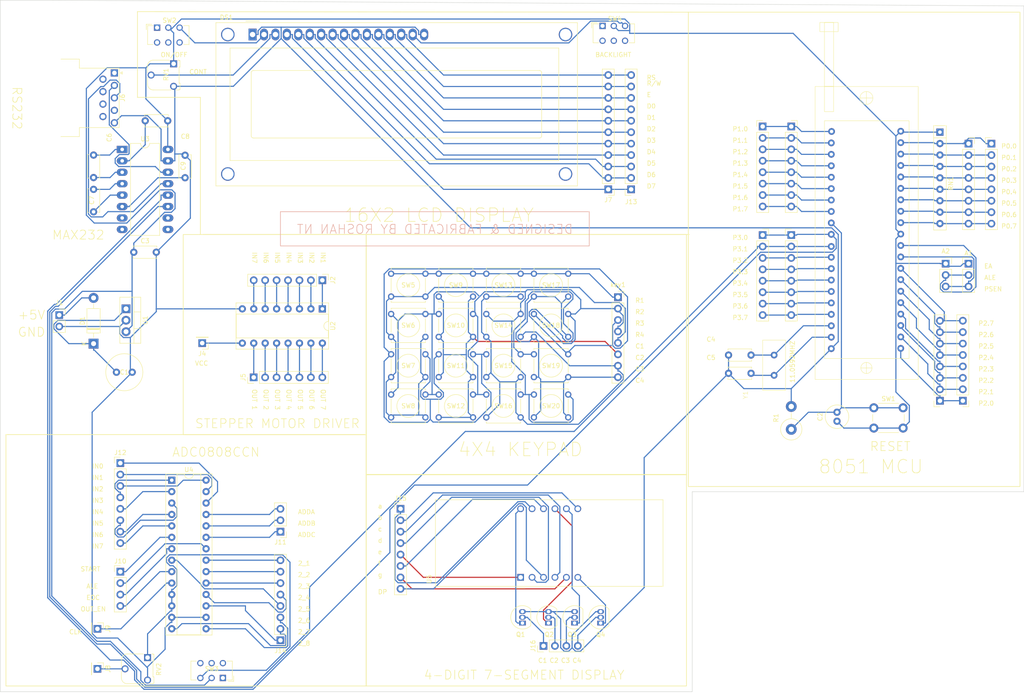
<source format=kicad_pcb>
(kicad_pcb (version 20221018) (generator pcbnew)
  (layers (0 "F.Cu" signal) (31 "B.Cu" signal) (36 "B.SilkS" user "B.Silkscreen") (37 "F.SilkS" user "F.Silkscreen") (38 "B.Mask" user) (39 "F.Mask" user) (44 "Edge.Cuts" user))
  (net 0 "")
  (net 1 "/+5v input")
  (net 2 "Net-(A1-Pin_2)")
  (net 3 "Net-(A1-Pin_3)")
  (net 4 "Net-(D1-K)")
  (net 5 "GND")
  (net 6 "Net-(C2-Pad2)")
  (net 7 "Net-(C4-Pad2)")
  (net 8 "Net-(C5-Pad2)")
  (net 9 "Net-(U3-C1+)")
  (net 10 "Net-(U3-C1-)")
  (net 11 "Net-(U3-C2+)")
  (net 12 "Net-(U3-C2-)")
  (net 13 "Net-(U3-VS+)")
  (net 14 "Net-(U3-VS-)")
  (net 15 "Net-(D1-A)")
  (net 16 "Net-(DS1-VDD)")
  (net 17 "Net-(DS1-VO)")
  (net 18 "/RS")
  (net 19 "/RW")
  (net 20 "/E")
  (net 21 "/D0")
  (net 22 "/D1")
  (net 23 "/D2")
  (net 24 "/D3")
  (net 25 "/D4")
  (net 26 "/D5")
  (net 27 "/D6")
  (net 28 "/D7")
  (net 29 "Net-(DS1-LED(+))")
  (net 30 "Net-(J2-Pin_1)")
  (net 31 "Net-(J2-Pin_2)")
  (net 32 "Net-(J2-Pin_3)")
  (net 33 "Net-(J2-Pin_4)")
  (net 34 "Net-(J2-Pin_5)")
  (net 35 "Net-(J2-Pin_6)")
  (net 36 "Net-(J2-Pin_7)")
  (net 37 "Net-(PORT2-Pin_1)")
  (net 38 "Net-(PORT2-Pin_2)")
  (net 39 "Net-(PORT2-Pin_3)")
  (net 40 "Net-(PORT2-Pin_4)")
  (net 41 "Net-(PORT2-Pin_5)")
  (net 42 "Net-(PORT2-Pin_6)")
  (net 43 "Net-(PORT2-Pin_7)")
  (net 44 "Net-(PORT2-Pin_8)")
  (net 45 "/rxd")
  (net 46 "/txd")
  (net 47 "Net-(PORT1-Pin_3)")
  (net 48 "Net-(PORT1-Pin_4)")
  (net 49 "Net-(PORT1-Pin_5)")
  (net 50 "Net-(PORT1-Pin_6)")
  (net 51 "Net-(PORT1-Pin_7)")
  (net 52 "Net-(PORT1-Pin_8)")
  (net 53 "Net-(PORT3-Pin_1)")
  (net 54 "Net-(PORT3-Pin_2)")
  (net 55 "Net-(PORT3-Pin_3)")
  (net 56 "Net-(PORT3-Pin_4)")
  (net 57 "Net-(PORT3-Pin_5)")
  (net 58 "Net-(PORT3-Pin_6)")
  (net 59 "Net-(PORT3-Pin_7)")
  (net 60 "Net-(PORT3-Pin_8)")
  (net 61 "Net-(PORT4-Pin_8)")
  (net 62 "Net-(PORT4-Pin_7)")
  (net 63 "Net-(PORT4-Pin_6)")
  (net 64 "Net-(PORT4-Pin_5)")
  (net 65 "Net-(PORT4-Pin_4)")
  (net 66 "Net-(PORT4-Pin_3)")
  (net 67 "Net-(PORT4-Pin_2)")
  (net 68 "Net-(PORT4-Pin_1)")
  (net 69 "Net-(J4-Pin_1)")
  (net 70 "Net-(J5-Pin_1)")
  (net 71 "Net-(J5-Pin_2)")
  (net 72 "Net-(J5-Pin_3)")
  (net 73 "Net-(J5-Pin_4)")
  (net 74 "Net-(J5-Pin_5)")
  (net 75 "Net-(J5-Pin_6)")
  (net 76 "Net-(J5-Pin_7)")
  (net 78 "Net-(U3-T1OUT)")
  (net 79 "Net-(U3-R1IN)")
  (net 85 "Net-(J8-Pin_1)")
  (net 86 "Net-(J9-Pin_1)")
  (net 87 "Net-(J10-Pin_1)")
  (net 88 "Net-(J10-Pin_2)")
  (net 89 "Net-(J10-Pin_3)")
  (net 90 "Net-(J10-Pin_4)")
  (net 91 "Net-(J11-Pin_1)")
  (net 92 "Net-(J11-Pin_2)")
  (net 93 "Net-(J11-Pin_3)")
  (net 94 "Net-(J12-Pin_1)")
  (net 95 "Net-(J12-Pin_2)")
  (net 96 "Net-(J12-Pin_3)")
  (net 97 "Net-(J12-Pin_4)")
  (net 98 "Net-(J12-Pin_5)")
  (net 99 "Net-(J12-Pin_6)")
  (net 100 "Net-(J12-Pin_7)")
  (net 101 "Net-(J12-Pin_8)")
  (net 102 "Net-(J14-Pin_1)")
  (net 103 "Net-(J14-Pin_2)")
  (net 104 "Net-(J14-Pin_3)")
  (net 105 "Net-(J14-Pin_4)")
  (net 106 "Net-(J14-Pin_5)")
  (net 107 "Net-(J14-Pin_6)")
  (net 108 "Net-(J14-Pin_7)")
  (net 109 "Net-(J14-Pin_8)")
  (net 110 "Net-(J15-Pin_1)")
  (net 111 "Net-(J15-Pin_2)")
  (net 112 "Net-(J15-Pin_3)")
  (net 113 "Net-(J15-Pin_4)")
  (net 114 "Net-(J15-Pin_5)")
  (net 115 "Net-(J15-Pin_6)")
  (net 116 "Net-(J15-Pin_7)")
  (net 117 "Net-(J15-Pin_8)")
  (net 118 "Net-(J16-Pin_1)")
  (net 119 "Net-(J16-Pin_2)")
  (net 120 "Net-(J16-Pin_3)")
  (net 121 "Net-(J16-Pin_4)")
  (net 122 "Net-(key1-Pin_1)")
  (net 123 "Net-(key1-Pin_2)")
  (net 124 "Net-(key1-Pin_3)")
  (net 125 "Net-(key1-Pin_5)")
  (net 126 "Net-(key1-Pin_6)")
  (net 127 "Net-(key1-Pin_7)")
  (net 128 "Net-(key1-Pin_8)")
  (net 129 "Net-(Q1-C)")
  (net 130 "Net-(Q2-C)")
  (net 131 "Net-(Q3-C)")
  (net 132 "Net-(Q4-C)")
  (net 133 "Net-(SW3A-C)")
  (footprint "Package_DIP:DIP-16_W10.16mm_LongPads" (layer "F.Cu") (at 48.675 54.745)
    (fp_text reference "U3")
    (fp_text value "MAX232")
  )
  (footprint "Connector_Dsub:DSUB-9_Male_Horizontal_P2.77x2.54mm_EdgePinOffset9.40mm" (layer "F.Cu") (at 46.945 37.75 -90)
    (fp_text reference "J6")
    (fp_text value "DE9_Plug")
  )
  (footprint "Button_Switch_THT:SW_CuK_JS202011CQN_DPDT_Straight" (layer "F.Cu") (at 155.35 27.3)
    (fp_text reference "SW4")
    (fp_text value "SW_DPDT_x2")
  )
  (footprint "Connector_PinSocket_2.54mm:PinSocket_1x08_P2.54mm_Vertical" (layer "F.Cu") (at 158.775 87.585)
    (fp_text reference "key1")
    (fp_text value "Conn_01x08_Socket")
  )
  (footprint "Display_7Segment:CA56-12EWA" (layer "F.Cu") (at 137.16 149.845 90)
    (fp_text reference "U5")
    (fp_text value "CA56-12EWA")
  )
  (footprint "Button_Switch_THT:SW_Tactile_Straight_KSL0Axx1LFTR" (layer "F.Cu") (at 118.97 109.22)
    (fp_text reference "SW12")
    (fp_text value "SW_Push")
  )
  (footprint "Button_Switch_THT:SW_Tactile_Straight_KSL0Axx1LFTR" (layer "F.Cu") (at 129.54 82.37)
    (fp_text reference "SW13")
    (fp_text value "SW_Push")
  )
  (footprint "Capacitor_THT:C_Disc_D5.0mm_W2.5mm_P5.00mm" (layer "F.Cu") (at 51.25 77.59)
    (fp_text reference "C3")
    (fp_text value "1uf")
  )
  (footprint "Button_Switch_THT:SW_Tactile_Straight_KSL0Axx1LFTR" (layer "F.Cu") (at 108.4 82.37)
    (fp_text reference "SW5")
    (fp_text value "SW_Push")
  )
  (footprint "Display:WC1602A" (layer "F.Cu") (at 77.63 29.2125)
    (fp_text reference "DS1")
    (fp_text value "WC1602A")
  )
  (footprint "Button_Switch_THT:SW_Tactile_Straight_KSL0Axx1LFTR" (layer "F.Cu") (at 118.97 100.27)
    (fp_text reference "SW11")
    (fp_text value "SW_Push")
  )
  (footprint "Connector_PinHeader_2.54mm:PinHeader_1x08_P2.54mm_Vertical" (layer "F.Cu") (at 241.71 53.46)
    (fp_text reference "PORT_3" hide)
    (fp_text value "Conn_01x08_Pin")
  )
  (footprint "Button_Switch_THT:SW_Tactile_Straight_KSL0Axx1LFTR" (layer "F.Cu") (at 129.54 91.32)
    (fp_text reference "SW14")
    (fp_text value "SW_Push")
  )
  (footprint "Package_TO_SOT_THT:TO-92_Inline" (layer "F.Cu") (at 137.56 160.005 90)
    (fp_text reference "Q1")
    (fp_text value "BC547")
  )
  (footprint "Capacitor_THT:C_Disc_D5.0mm_W2.5mm_P5.00mm" (layer "F.Cu") (at 42.32 56 -90)
    (fp_text reference "C6")
    (fp_text value "1uf")
  )
  (footprint "Button_Switch_THT:SW_Tactile_Straight_KSL0Axx1LFTR" (layer "F.Cu") (at 140.11 109.22)
    (fp_text reference "SW20")
    (fp_text value "SW_Push")
  )
  (footprint "connector_dip_zif:Dip_zif_40" (layer "F.Cu") (at 225.454 40.76 -90)
    (fp_text reference "J3" hide)
    (fp_text value "Conn DIP Socket SKT 40 POS 2.54mm Solder ST Thru-Hole Box" hide)
  )
  (footprint "Connector_PinHeader_2.54mm:PinHeader_1x11_P2.54mm_Vertical" (layer "F.Cu") (at 156.62 63.62 180)
    (fp_text reference "J7")
    (fp_text value "Conn_01x11_Pin")
  )
  (footprint "Package_TO_SOT_THT:TO-92_Inline" (layer "F.Cu") (at 154.93 160.005 90)
    (fp_text reference "Q4")
    (fp_text value "BC547")
  )
  (footprint "Potentiometer_THT:Potentiometer_Runtron_RM-065_Vertical" (layer "F.Cu") (at 54.31 167.68 -90)
    (fp_text reference "RV2")
    (fp_text value "R_Potentiometer")
  )
  (footprint "Connector_PinSocket_2.54mm:PinSocket_1x08_P2.54mm_Vertical" (layer "F.Cu") (at 236.63 53.46)
    (fp_text reference "PORT4" hide)
    (fp_text value "Conn_01x08_Socket")
  )
  (footprint "Button_Switch_THT:SW_Tactile_Straight_KSL0Axx1LFTR" (layer "F.Cu") (at 108.4 100.27)
    (fp_text reference "SW7")
    (fp_text value "SW_Push")
  )
  (footprint "Connector_PinHeader_2.54mm:PinHeader_1x08_P2.54mm_Vertical" (layer "F.Cu") (at 83.82 163.83 180)
    (fp_text reference "J14")
    (fp_text value "Conn_01x08_Pin")
  )
  (footprint "Connector_PinHeader_2.54mm:PinHeader_1x03_P2.54mm_Vertical" (layer "F.Cu") (at 236.63 80.13)
    (fp_text reference "A1")
    (fp_text value "Conn_01x03_Pin")
  )
  (footprint "Button_Switch_THT:SW_CuK_JS202011CQN_DPDT_Straight" (layer "F.Cu") (at 56.4225 27.68)
    (fp_text reference "SW2")
    (fp_text value "SW_DPDT_x2")
  )
  (footprint "Button_Switch_THT:SW_Tactile_Straight_KSL0Axx1LFTR" (layer "F.Cu") (at 129.54 109.22)
    (fp_text reference "SW16")
    (fp_text value "SW_Push")
  )
  (footprint "Package_DIP:DIP-16_W7.62mm_Socket" (layer "F.Cu") (at 93.13 90.18 -90)
    (fp_text reference "U2")
    (fp_text value "ULN2003A")
  )
  (footprint "Connector_PinSocket_2.54mm:PinSocket_1x03_P2.54mm_Vertical" (layer "F.Cu") (at 231.55 80.13)
    (fp_text reference "A2")
    (fp_text value "Conn_01x03_Socket")
  )
  (footprint "Connector_PinHeader_2.54mm:PinHeader_1x08_P2.54mm_Vertical" (layer "F.Cu") (at 190.91 49.65)
    (fp_text reference "PORT2" hide)
    (fp_text value "Conn_01x08_Pin")
  )
  (footprint "Package_TO_SOT_THT:TO-92_Inline" (layer "F.Cu") (at 143.35 160.005 90)
    (fp_text reference "Q2")
    (fp_text value "BC547")
  )
  (footprint "oscillator_DIP:oscillator_dip_2" (layer "F.Cu") (at 190.91 108.31 90)
    (fp_text reference "Y1")
    (fp_text value "Crystal 11.059Mhz")
  )
  (footprint "Button_Switch_THT:SW_Tactile_Straight_KSL0Axx1LFTR" (layer "F.Cu") (at 140.11 91.32)
    (fp_text reference "SW18")
    (fp_text value "SW_Push")
  )
  (footprint "Connector_PinSocket_2.54mm:PinSocket_1x08_P2.54mm_Vertical" (layer "F.Cu") (at 230.28 110.61 180)
    (fp_text reference "PORT3" hide)
    (fp_text value "Conn_01x08_Socket")
  )
  (footprint "Connector_PinHeader_2.54mm:PinHeader_1x07_P2.54mm_Vertical" (layer "F.Cu") (at 93.125 83.82 -90)
    (fp_text reference "J2")
    (fp_text value "Conn_01x07_Pin")
  )
  (footprint "Capacitor_THT:C_Disc_D5.0mm_W2.5mm_P5.00mm" (layer "F.Cu") (at 58.79 48.38 180)
    (fp_text reference "C8")
    (fp_text value "1uf")
  )
  (footprint "Package_TO_SOT_THT:TO-220-3_Vertical" (layer "F.Cu") (at 49.53 90.17 -90)
    (fp_text reference "U1")
    (fp_text value "LM7805_TO220")
  )
  (footprint "Button_Switch_THT:SW_Tactile_Straight_KSL0Axx1LFTR" (layer "F.Cu") (at 140.11 82.37)
    (fp_text reference "SW17")
    (fp_text value "SW_Push")
  )
  (footprint "Connector_PinHeader_2.54mm:PinHeader_1x01_P2.54mm_Vertical" (layer "F.Cu") (at 66.45 97.79 180)
    (fp_text reference "J4")
    (fp_text value "Conn_01x01_Pin")
  )
  (footprint "Potentiometer_THT:Potentiometer_Runtron_RM-065_Vertical" (layer "F.Cu") (at 60.1 35.72 -90)
    (fp_text reference "RV1")
    (fp_text value "R_Potentiometer")
  )
  (footprint "Package_DIP:DIP-28_W7.62mm_Socket" (layer "F.Cu") (at 59.685 128.255)
    (fp_text reference "U4")
    (fp_text value "ADC0808CCN")
  )
  (footprint "Connector_PinSocket_2.54mm:PinSocket_1x08_P2.54mm_Vertical" (layer "F.Cu") (at 197.26 49.65)
    (fp_text reference "PORT_2" hide)
    (fp_text value "Conn_01x08_Socket")
  )
  (footprint "Button_Switch_THT:SW_Tactile_Straight_KSL0Axx1LFTR" (layer "F.Cu") (at 108.4 91.32)
    (fp_text reference "SW6")
    (fp_text value "SW_Push")
  )
  (footprint "Button_Switch_THT:SW_Tactile_Straight_KSL0Axx1LFTR" (layer "F.Cu") (at 108.4 109.22)
    (fp_text reference "SW8")
    (fp_text value "SW_Push")
  )
  (footprint "Button_Switch_THT:SW_Tactile_Straight_KSL0Axx1LFTR" (layer "F.Cu") (at 129.54 100.27)
    (fp_text reference "SW15")
    (fp_text value "SW_Push")
  )
  (footprint "Resistor_THT:R_Array_SIP9" (layer "F.Cu") (at 230.28 50.905 -90)
    (fp_text reference "RN1")
    (fp_text value "R_Network08_US")
  )
  (footprint "Connector_PinHeader_2.54mm:PinHeader_1x08_P2.54mm_Vertical" (layer "F.Cu") (at 197.26 73.78)
    (fp_text reference "PORT1" hide)
    (fp_text value "Conn_01x08_Pin")
  )
  (footprint "Capacitor_THT:C_Radial_D5.0mm_H11.0mm_P2.00mm" (layer "F.Cu") (at 207.42 115.15 90)
    (fp_text reference "C2")
    (fp_text value "10UF/16V")
  )
  (footprint "Button_Switch_THT:SW_PUSH_6mm_H4.3mm" (layer "F.Cu") (at 215.6 112.17)
    (fp_text reference "SW1")
    (fp_text value "SW_Push")
  )
  (footprint "Connector_PinHeader_2.54mm:PinHeader_1x08_P2.54mm_Vertical" (layer "F.Cu") (at 110.49 134.62)
    (fp_text reference "J15")
    (fp_text value "Conn_01x08_Pin")
  )
  (footprint "Connector_PinHeader_2.54mm:PinHeader_1x01_P2.54mm_Vertical" (layer "F.Cu") (at 43.18 161.29 -90)
    (fp_text reference "J9")
    (fp_text value "Conn_01x01_Pin")
  )
  (footprint "Connector_PinHeader_2.54mm:PinHeader_1x04_P2.54mm_Vertical" (layer "F.Cu") (at 48.26 148.59)
    (fp_text reference "J10")
    (fp_text value "Conn_01x04_Pin")
  )
  (footprint "Capacitor_THT:C_Disc_D5.0mm_W2.5mm_P5.00mm" (layer "F.Cu") (at 183.33 100.45)
    (fp_text reference "C4")
    (fp_text value "33pf")
  )
  (footprint "Connector_PinHeader_2.54mm:PinHeader_1x04_P2.54mm_Vertical" (layer "F.Cu") (at 142.24 165.085 90)
    (fp_text reference "J16")
    (fp_text value "Conn_01x04_Pin")
  )
  (footprint "Button_Switch_THT:SW_Tactile_Straight_KSL0Axx1LFTR" (layer "F.Cu") (at 140.11 100.27)
    (fp_text reference "SW19")
    (fp_text value "SW_Push")
  )
  (footprint "Connector_PinHeader_2.54mm:PinHeader_1x08_P2.54mm_Vertical" (layer "F.Cu") (at 48.26 124.46)
    (fp_text reference "J12")
    (fp_text value "Conn_01x08_Pin")
  )
  (footprint "Capacitor_THT:C_Disc_D5.0mm_W2.5mm_P5.00mm" (layer "F.Cu") (at 183.33 104.5)
    (fp_text reference "C5")
    (fp_text value "33pf")
  )
  (footprint "Capacitor_THT:C_Radial_D8.0mm_H7.0mm_P3.50mm" (layer "F.Cu") (at 47.4 104.26)
    (fp_text reference "C1")
    (fp_text value "470uf")
  )
  (footprint "Resistor_THT:R_Axial_DIN0414_L11.9mm_D4.5mm_P5.08mm_Vertical" (layer "F.Cu") (at 197.26 116.96 90)
    (fp_text reference "R1")
    (fp_text value "1OK")
  )
  (footprint "Connector_PinSocket_2.54mm:PinSocket_1x02_P2.54mm_Vertical" (layer "F.Cu") (at 34.7 91.56)
    (fp_text reference "J1")
    (fp_text value "Conn_01x02_Socket")
  )
  (footprint "Connector_PinHeader_2.54mm:PinHeader_1x07_P2.54mm_Vertical" (layer "F.Cu") (at 77.88 105.41 90)
    (fp_text reference "J5")
    (fp_text value "Conn_01x07_Pin")
  )
  (footprint "Package_TO_SOT_THT:TO-92_Inline" (layer "F.Cu") (at 149.14 160.005 90)
    (fp_text reference "Q3")
    (fp_text value "BC547")
  )
  (footprint "Diode_THT:D_DO-41_SOD81_P10.16mm_Horizontal" (layer "F.Cu") (at 42.32 97.91 90)
    (fp_text reference "D1")
    (fp_text value "1N4007")
  )
  (footprint "Capacitor_THT:C_Disc_D5.0mm_W2.5mm_P5.00mm" (layer "F.Cu") (at 42.32 63.62 -90)
    (fp_text reference "C7")
    (fp_text value "1uf")
  )
  (footprint "Button_Switch_THT:SW_CuK_JS202011CQN_DPDT_Straight" (layer "F.Cu") (at 71.04 172.21 180)
    (fp_text reference "SW3")
    (fp_text value "SW_DPDT_x2")
  )
  (footprint "Connector_PinSocket_2.54mm:PinSocket_1x08_P2.54mm_Vertical" (layer "F.Cu") (at 190.91 73.78)
    (fp_text reference "PORT_1" hide)
    (fp_text value "Conn_01x08_Socket")
  )
  (footprint "Connector_PinHeader_2.54mm:PinHeader_1x08_P2.54mm_Vertical" (layer "F.Cu") (at 235.36 110.595 180)
    (fp_text reference "PORT_4" hide)
    (fp_text value "Conn_01x08_Pin")
  )
  (footprint "Button_Switch_THT:SW_Tactile_Straight_KSL0Axx1LFTR" (layer "F.Cu") (at 118.97 82.37)
    (fp_text reference "SW9")
    (fp_text value "SW_Push")
  )
  (footprint "Connector_PinHeader_2.54mm:PinHeader_1x01_P2.54mm_Vertical" (layer "F.Cu") (at 43.18 170.18 -90)
    (fp_text reference "J8")
    (fp_text value "Conn_01x01_Pin")
  )
  (footprint "Connector_PinHeader_2.54mm:PinHeader_1x03_P2.54mm_Vertical" (layer "F.Cu") (at 83.82 139.7 180)
    (fp_text reference "J11")
    (fp_text value "Conn_01x03_Pin")
  )
  (footprint "Connector_PinSocket_2.54mm:PinSocket_1x11_P2.54mm_Vertical" (layer "F.Cu") (at 161.7 63.62 180)
    (fp_text reference "J13")
    (fp_text value "Conn_01x11_Socket")
  )
  (footprint "Button_Switch_THT:SW_Tactile_Straight_KSL0Axx1LFTR" (layer "F.Cu") (at 118.97 91.32)
    (fp_text reference "SW10")
    (fp_text value "SW_Push")
  )
  (footprint "Capacitor_THT:C_Disc_D5.0mm_W2.5mm_P5.00mm" (layer "F.Cu") (at 62.64 61.04 90)
    (fp_text reference "C9")
    (fp_text value "1uf")
  )
  (gr_rect (start 83.82 68.58) (end 152.4 76.2) (stroke (width 0.15)) (fill none) (layer "B.SilkS"))
  (gr_rect (start 102.87 126.9746) (end 173.99 127) (stroke (width 0.15)) (fill none) (layer "F.SilkS"))
  (gr_rect (start 22.86 118.11) (end 102.87 173.99) (stroke (width 0.15)) (fill none) (layer "F.SilkS"))
  (gr_rect (start 174.4 24.25) (end 248.06 129.66) (stroke (width 0.15)) (fill none) (layer "F.SilkS"))
  (gr_line (start 66.04 73.66) (end 66.04 43.18) (stroke (width 0.15)) (layer "F.SilkS"))
  (gr_rect (start 102.87 127) (end 173.99 173.99) (stroke (width 0.15)) (fill none) (layer "F.SilkS"))
  (gr_line (start 66.04 43.18) (end 52.07 43.18) (stroke (width 0.15)) (layer "F.SilkS"))
  (gr_line (start 52.07 43.18) (end 52.07 24.13) (stroke (width 0.15)) (layer "F.SilkS"))
  (gr_rect (start 62.23 73.66) (end 102.87 118.11) (stroke (width 0.15)) (fill none) (layer "F.SilkS"))
  (gr_line (start 174.625 73.66) (end 66.675 73.66) (stroke (width 0.15)) (layer "F.SilkS"))
  (gr_rect (start 102.87 73.66) (end 173.99 127) (stroke (width 0.15)) (fill none) (layer "F.SilkS"))
  (gr_line (start 52.07 24.13) (end 174.4 24.25) (stroke (width 0.15)) (layer "F.SilkS"))
  (gr_line (start 21.59 175.26) (end 21.59 21.59) (stroke (width 0.1)) (layer "Edge.Cuts"))
  (gr_line (start 175.26 175.26) (end 21.59 175.26) (stroke (width 0.1)) (layer "Edge.Cuts"))
  (gr_line (start 248.92 22.86) (end 33.02 21.59) (stroke (width 0.1)) (layer "Edge.Cuts"))
  (gr_line (start 175.26 130.81) (end 175.26 175.26) (stroke (width 0.1)) (layer "Edge.Cuts"))
  (gr_line (start 21.59 21.59) (end 33.02 21.59) (stroke (width 0.1)) (layer "Edge.Cuts"))
  (gr_line (start 248.92 130.81) (end 175.26 130.81) (stroke (width 0.1)) (layer "Edge.Cuts"))
  (gr_line (start 248.92 22.86) (end 248.92 130.81) (stroke (width 0.1)) (layer "Edge.Cuts"))
  (gr_text "DESIGNED & FABRICATED BY ROSHAN NT" (at 118.11 73.66) (layer "B.SilkS") (effects (font (size 2 2)) (justify bottom mirror)))
  (gr_text "a" (at 105.41 134.62) (layer "F.SilkS") (effects (font (size 1 1)) (justify left bottom)))
  (gr_text "P1.4" (at 184.15 60.96) (layer "F.SilkS") (effects (font (size 1 1)) (justify left bottom)))
  (gr_text "STEPPER MOTOR DRIVER" (at 64.77 116.84) (layer "F.SilkS") (effects (font (size 2 2)) (justify left bottom)))
  (gr_text "IN3" (at 87.63 77.47 -90) (layer "F.SilkS") (effects (font (size 1 1)) (justify left bottom)))
  (gr_text "P1.7" (at 184.15 68.58) (layer "F.SilkS") (effects (font (size 1 1)) (justify left bottom)))
  (gr_text "C3" (at 162.56 104.14) (layer "F.SilkS") (effects (font (size 1 1)) (justify left bottom)))
  (gr_text "CONT" (at 63.5 38.1) (layer "F.SilkS") (effects (font (size 1 1)) (justify left bottom)))
  (gr_text "OUT 6" (at 90.17 107.95 -90) (layer "F.SilkS") (effects (font (size 1 1)) (justify left bottom)))
  (gr_text "P3.5" (at 184.15 87.63) (layer "F.SilkS") (effects (font (size 1 1)) (justify left bottom)))
  (gr_text "c" (at 105.41 139.7) (layer "F.SilkS") (effects (font (size 1 1)) (justify left bottom)))
  (gr_text "P1.2" (at 184.15 55.88) (layer "F.SilkS") (effects (font (size 1 1)) (justify left bottom)))
  (gr_text "8051 MCU" (at 203.2 127) (layer "F.SilkS") (effects (font (size 3 3)) (justify left bottom)))
  (gr_text "P0.0" (at 243.84 54.61) (layer "F.SilkS") (effects (font (size 1 1)) (justify left bottom)))
  (gr_text "P0.4" (at 243.84 64.77) (layer "F.SilkS") (effects (font (size 1 1)) (justify left bottom)))
  (gr_text "C2" (at 143.51 168.91) (layer "F.SilkS") (effects (font (size 1 1)) (justify left bottom)))
  (gr_text "IN2" (at 90.17 77.47 -90) (layer "F.SilkS") (effects (font (size 1 1)) (justify left bottom)))
  (gr_text "EOC" (at 40.64 154.94) (layer "F.SilkS") (effects (font (size 1 1)) (justify left bottom)))
  (gr_text "+5V" (at 25.4 92.71) (layer "F.SilkS") (effects (font (size 2 2)) (justify left bottom)))
  (gr_text "P1.6" (at 184.15 66.04) (layer "F.SilkS") (effects (font (size 1 1)) (justify left bottom)))
  (gr_text "IN7" (at 41.91 143.51) (layer "F.SilkS") (effects (font (size 1 1)) (justify left bottom)))
  (gr_text "IN6" (at 41.91 140.97) (layer "F.SilkS") (effects (font (size 1 1)) (justify left bottom)))
  (gr_text "BACKLIGHT" (at 153.67 34.29) (layer "F.SilkS") (effects (font (size 1 1)) (justify left bottom)))
  (gr_text "D6" (at 165.1 60.96) (layer "F.SilkS") (effects (font (size 1 1)) (justify left bottom)))
  (gr_text "OUT 7" (at 92.71 107.95 -90) (layer "F.SilkS") (effects (font (size 1 1)) (justify left bottom)))
  (gr_text "P1.0" (at 184.15 50.8) (layer "F.SilkS") (effects (font (size 1 1)) (justify left bottom)))
  (gr_text "OUT 1" (at 77.47 107.95 -90) (layer "F.SilkS") (effects (font (size 1 1)) (justify left bottom)))
  (gr_text "P3.7" (at 184.15 92.71) (layer "F.SilkS") (effects (font (size 1 1)) (justify left bottom)))
  (gr_text "P0.6" (at 243.84 69.85) (layer "F.SilkS") (effects (font (size 1 1)) (justify left bottom)))
  (gr_text "P3.4" (at 184.15 85.09) (layer "F.SilkS") (effects (font (size 1 1)) (justify left bottom)))
  (gr_text "P3.6" (at 184.15 90.17) (layer "F.SilkS") (effects (font (size 1 1)) (justify left bottom)))
  (gr_text "D7" (at 165.1 63.5) (layer "F.SilkS") (effects (font (size 1 1)) (justify left bottom)))
  (gr_text "MAX232" (at 33.02 74.93) (layer "F.SilkS") (effects (font (size 2 2)) (justify left bottom)))
  (gr_text "2_2" (at 87.63 149.86) (layer "F.SilkS") (effects (font (size 1 1)) (justify left bottom)))
  (gr_text "2_1" (at 87.63 147.32) (layer "F.SilkS") (effects (font (size 1 1)) (justify left bottom)))
  (gr_text "P2.1" (at 238.76 109.22) (layer "F.SilkS") (effects (font (size 1 1)) (justify left bottom)))
  (gr_text "P0.3" (at 243.84 62.23) (layer "F.SilkS") (effects (font (size 1 1)) (justify left bottom)))
  (gr_text "IN1" (at 41.91 128.27) (layer "F.SilkS") (effects (font (size 1 1)) (justify left bottom)))
  (gr_text "OUT 3" (at 82.55 107.95 -90) (layer "F.SilkS") (effects (font (size 1 1)) (justify left bottom)))
  (gr_text "16X2 LCD DISPLAY" (at 97.79 71.12) (layer "F.SilkS") (effects (font (size 3 3)) (justify left bottom)))
  (gr_text "C2" (at 162.56 101.6) (layer "F.SilkS") (effects (font (size 1 1)) (justify left bottom)))
  (gr_text "P3.0" (at 184.15 74.93) (layer "F.SilkS") (effects (font (size 1 1)) (justify left bottom)))
  (gr_text "g" (at 105.41 149.86) (layer "F.SilkS") (effects (font (size 1 1)) (justify left bottom)))
  (gr_text "P1.3" (at 184.15 58.42) (layer "F.SilkS") (effects (font (size 1 1)) (justify left bottom)))
  (gr_text "11.0592MHZ" (at 198.12 106.68 90) (layer "F.SilkS") (effects (font (size 1 1)) (justify left bottom)))
  (gr_text "IN5" (at 41.91 138.43) (layer "F.SilkS") (effects (font (size 1 1)) (justify left bottom)))
  (gr_text "P2.0" (at 238.76 111.76) (layer "F.SilkS") (effects (font (size 1 1)) (justify left bottom)))
  (gr_text "D0" (at 165.1 45.72) (layer "F.SilkS") (effects (font (size 1 1)) (justify left bottom)))
  (gr_text "RESET" (at 214.63 121.92) (layer "F.SilkS") (effects (font (size 2 2)) (justify left bottom)))
  (gr_text "f" (at 105.41 147.32) (layer "F.SilkS") (effects (font (size 1 1)) (justify left bottom)))
  (gr_text "VCC" (at 64.77 102.87) (layer "F.SilkS") (effects (font (size 1 1)) (justify left bottom)))
  (gr_text "C3" (at 146.05 168.91) (layer "F.SilkS") (effects (font (size 1 1)) (justify left bottom)))
  (gr_text "IN5" (at 82.55 77.47 -90) (layer "F.SilkS") (effects (font (size 1 1)) (justify left bottom)))
  (gr_text "P0.5" (at 243.84 67.31) (layer "F.SilkS") (effects (font (size 1 1)) (justify left bottom)))
  (gr_text "OUT 4" (at 85.09 107.95 -90) (layer "F.SilkS") (effects (font (size 1 1)) (justify left bottom)))
  (gr_text "R/W" (at 165.1 40.64) (layer "F.SilkS") (effects (font (size 1 1)) (justify left bottom)))
  (gr_text "2_6" (at 87.63 160.02) (layer "F.SilkS") (effects (font (size 1 1)) (justify left bottom)))
  (gr_text "b" (at 105.41 137.16) (layer "F.SilkS") (effects (font (size 1 1)) (justify left bottom)))
  (gr_text "P2.5" (at 238.76 99.06) (layer "F.SilkS") (effects (font (size 1 1)) (justify left bottom)))
  (gr_text "IN1" (at 92.71 77.47 -90) (layer "F.SilkS") (effects (font (size 1 1)) (justify left bottom)))
  (gr_text "P3.1" (at 184.15 77.47) (layer "F.SilkS") (effects (font (size 1 1)) (justify left bottom)))
  (gr_text "R4" (at 162.56 96.52) (layer "F.SilkS") (effects (font (size 1 1)) (justify left bottom)))
  (gr_text "D1" (at 165.1 48.26) (layer "F.SilkS") (effects (font (size 1 1)) (justify left bottom)))
  (gr_text "ALE" (at 40.64 152.4) (layer "F.SilkS") (effects (font (size 1 1)) (justify left bottom)))
  (gr_text "OUT 2" (at 80.01 107.95 -90) (layer "F.SilkS") (effects (font (size 1 1)) (justify left bottom)))
  (gr_text "E" (at 165.1 43.18) (layer "F.SilkS") (effects (font (size 1 1)) (justify left bottom)))
  (gr_text "GND" (at 25.4 96.52) (layer "F.SilkS") (effects (font (size 2 2)) (justify left bottom)))
  (gr_text "ALE" (at 240.03 83.82) (layer "F.SilkS") (effects (font (size 1 1)) (justify left bottom)))
  (gr_text "4-DIGIT 7-SEGMENT DISPLAY" (at 115.57 172.72) (layer "F.SilkS") (effects (font (size 2 2)) (justify left bottom)))
  (gr_text "START" (at 39.37 148.59) (layer "F.SilkS") (effects (font (size 1 1)) (justify left bottom)))
  (gr_text "P3.2" (at 184.15 80.01) (layer "F.SilkS") (effects (font (size 1 1)) (justify left bottom)))
  (gr_text "4X4 KEYPAD" (at 123.19 123.19) (layer "F.SilkS") (effects (font (size 3 3)) (justify left bottom)))
  (gr_text "CLK" (at 36.83 162.56) (layer "F.SilkS") (effects (font (size 1 1)) (justify left bottom)))
  (gr_text "C4" (at 162.56 106.68) (layer "F.SilkS") (effects (font (size 1 1)) (justify left bottom)))
  (gr_text "P0.2" (at 243.84 59.69) (layer "F.SilkS") (effects (font (size 1 1)) (justify left bottom)))
  (gr_text "RS\n" (at 165.1 39.37) (layer "F.SilkS") (effects (font (size 1 1)) (justify left bottom)))
  (gr_text "P1.5" (at 184.15 63.5) (layer "F.SilkS") (effects (font (size 1 1)) (justify left bottom)))
  (gr_text "D4" (at 165.1 55.88) (layer "F.SilkS") (effects (font (size 1 1)) (justify left bottom)))
  (gr_text "ADC0808CCN" (at 59.69 123.19) (layer "F.SilkS") (effects (font (size 2 2)) (justify left bottom)))
  (gr_text "2_4" (at 87.63 154.94) (layer "F.SilkS") (effects (font (size 1 1)) (justify left bottom)))
  (gr_text "IN6" (at 80.01 77.47 -90) (layer "F.SilkS") (effects (font (size 1 1)) (justify left bottom)))
  (gr_text "OUT 5" (at 87.63 107.95 -90) (layer "F.SilkS") (effects (font (size 1 1)) (justify left bottom)))
  (gr_text "IN4" (at 85.09 77.47 -90) (layer "F.SilkS") (effects (font (size 1 1)) (justify left bottom)))
  (gr_text "IN0" (at 41.91 125.73) (layer "F.SilkS") (effects (font (size 1 1)) (justify left bottom)))
  (gr_text "IN3" (at 41.91 133.35) (layer "F.SilkS") (effects (font (size 1 1)) (justify left bottom)))
  (gr_text "P2.7" (at 238.76 93.98) (layer "F.SilkS") (effects (font (size 1 1)) (justify left bottom)))
  (gr_text "D3" (at 165.1 53.34) (layer "F.SilkS") (effects (font (size 1 1)) (justify left bottom)))
  (gr_text "PSEN" (at 240.03 86.36) (layer "F.SilkS") (effects (font (size 1 1)) (justify left bottom)))
  (gr_text "D2" (at 165.1 50.8) (layer "F.SilkS") (effects (font (size 1 1)) (justify left bottom)))
  (gr_text "ON/OFF" (at 57.15 34.29) (layer "F.SilkS") (effects (font (size 1 1)) (justify left bottom)))
  (gr_text "P2.3" (at 238.76 104.14) (layer "F.SilkS") (effects (font (size 1 1)) (justify left bottom)))
  (gr_text "OUT_EN" (at 39.37 157.48) (layer "F.SilkS") (effects (font (size 1 1)) (justify left bottom)))
  (gr_text "IN2" (at 41.91 130.81) (layer "F.SilkS") (effects (font (size 1 1)) (justify left bottom)))
  (gr_text "EA" (at 240.03 81.28) (layer "F.SilkS") (effects (font (size 1 1)) (justify left bottom)))
  (gr_text "2_7" (at 87.63 162.56) (layer "F.SilkS") (effects (font (size 1 1)) (justify left bottom)))
  (gr_text "IN7" (at 77.47 77.47 -90) (layer "F.SilkS") (effects (font (size 1 1)) (justify left bottom)))
  (gr_text "RS232" (at 24.13 40.64 270) (layer "F.SilkS") (effects (font (size 2 2)) (justify left bottom)))
  (gr_text "P2.2" (at 238.76 106.68) (layer "F.SilkS") (effects (font (size 1 1)) (justify left bottom)))
  (gr_text "ADDA" (at 87.63 135.89) (layer "F.SilkS") (effects (font (size 1 1)) (justify left bottom)))
  (gr_text "d" (at 105.41 142.24) (layer "F.SilkS") (effects (font (size 1 1)) (justify left bottom)))
  (gr_text "IN4" (at 41.91 135.89) (layer "F.SilkS") (effects (font (size 1 1)) (justify left bottom)))
  (gr_text "P0.7" (at 243.84 72.39) (layer "F.SilkS") (effects (font (size 1 1)) (justify left bottom)))
  (gr_text "C1" (at 140.97 168.91) (layer "F.SilkS") (effects (font (size 1 1)) (justify left bottom)))
  (gr_text "ADDB" (at 87.63 138.43) (layer "F.SilkS") (effects (font (size 1 1)) (justify left bottom)))
  (gr_text "C4" (at 148.59 168.91) (layer "F.SilkS") (effects (font (size 1 1)) (justify left bottom)))
  (gr_text "P2.4" (at 238.76 101.6) (layer "F.SilkS") (effects (font (size 1 1)) (justify left bottom)))
  (gr_text "P1.1" (at 184.15 53.34) (layer "F.SilkS") (effects (font (size 1 1)) (justify left bottom)))
  (gr_text "ADDC" (at 87.63 140.97) (layer "F.SilkS") (effects (font (size 1 1)) (justify left bottom)))
  (gr_text "R2" (at 162.56 91.44) (layer "F.SilkS") (effects (font (size 1 1)) (justify left bottom)))
  (gr_text "2_3" (at 87.63 152.4) (layer "F.SilkS") (effects (font (size 1 1)) (justify left bottom)))
  (gr_text "P3.3" (at 184.15 82.55) (layer "F.SilkS") (effects (font (size 1 1)) (justify left bottom)))
  (gr_text "2_8" (at 87.63 165.1) (layer "F.SilkS") (effects (font (size 1 1)) (justify left bottom)))
  (gr_text "e" (at 105.41 144.78) (layer "F.SilkS") (effects (font (size 1 1)) (justify left bottom)))
  (gr_text "P2.6" (at 238.76 96.52) (layer "F.SilkS") (effects (font (size 1 1)) (justify left bottom)))
  (gr_text "2_5" (at 87.63 157.48) (layer "F.SilkS") (effects (font (size 1 1)) (justify left bottom)))
  (gr_text "R1" (at 162.56 88.9) (layer "F.SilkS") (effects (font (size 1 1)) (justify left bottom)))
  (gr_text "R3" (at 162.56 93.98) (layer "F.SilkS") (effects (font (size 1 1)) (justify left bottom)))
  (gr_text "DP" (at 105.41 153.67) (layer "F.SilkS") (effects (font (size 1 1)) (justify left bottom)))
  (gr_text "P0.1" (at 243.84 57.15) (layer "F.SilkS") (effects (font (size 1 1)) (justify left bottom)))
  (gr_text "C1" (at 162.56 99.06) (layer "F.SilkS") (effects (font (size 1 1)) (justify left bottom)))
  (gr_text "D5" (at 165.1 58.42) (layer "F.SilkS") (effects (font (size 1 1)) (justify left bottom)))
  (segment (start 49.53 95.25) (end 50.8737 93.9063) (width 0.25) (layer "B.Cu") (net 1))
  (segment (start 220.4986 80.075) (end 220.4986 74.6354) (width 0.25) (layer "B.Cu") (net 1))
  (segment (start 59.4174 28.1748) (end 58.9225 27.68) (width 0.25) (layer "B.Cu") (net 1))
  (segment (start 51.25 75.5782) (end 51.25 77.59) (width 0.25) (layer "B.Cu") (net 1))
  (segment (start 60.1 35.72) (end 60.1 28.8575) (width 0.25) (layer "B.Cu") (net 1))
  (segment (start 236.63 80.13) (end 235.4547 80.13) (width 0.25) (layer "B.Cu") (net 1))
  (segment (start 222.1 116.67) (end 215.6 116.67) (width 0.25) (layer "B.Cu") (net 1))
  (segment (start 221.574 50.7) (end 220.4986 51.7754) (width 0.25) (layer "B.Cu") (net 1))
  (segment (start 158.8812 28.3312) (end 157.85 27.3) (width 0.25) (layer "B.Cu") (net 1))
  (segment (start 35.8754 90.2251) (end 39.8158 86.2847) (width 0.25) (layer "B.Cu") (net 1))
  (segment (start 58.79 54.7) (end 58.835 54.745) (width 0.25) (layer "B.Cu") (net 1))
  (segment (start 197.6732 28.95) (end 161.3792 28.95) (width 0.25) (layer "B.Cu") (net 1))
  (segment (start 53.9385 36.6078) (end 45.3192 36.6078) (width 0.25) (layer "B.Cu") (net 1))
  (segment (start 60.4118 67.9084) (end 59.6052 68.715) (width 0.25) (layer "B.Cu") (net 1))
  (segment (start 33.8588 90.2251) (end 35.8754 90.2251) (width 0.25) (layer "B.Cu") (net 1))
  (segment (start 220.4986 51.7754) (end 220.4986 72.4846) (width 0.25) (layer "B.Cu") (net 1))
  (segment (start 52.8121 170.8076) (end 46.0716 164.0671) (width 0.25) (layer "B.Cu") (net 1))
  (segment (start 52.8121 172.7468) (end 52.8121 170.8076) (width 0.25) (layer "B.Cu") (net 1))
  (segment (start 231.55 80.7176) (end 234.8671 80.7176) (width 0.25) (layer "B.Cu") (net 1))
  (segment (start 66.9232 173.8268) (end 53.8921 173.8268) (width 0.25) (layer "B.Cu") (net 1))
  (segment (start 50.8737 93.9063) (end 50.8737 86.2847) (width 0.25) (layer "B.Cu") (net 1))
  (segment (start 42.4766 71.1104) (end 49.6943 71.1104) (width 0.25) (layer "B.Cu") (net 1))
  (segment (start 40.7206 41.2064) (end 40.7206 69.3544) (width 0.25) (layer "B.Cu") (net 1))
  (segment (start 220.4986 80.075) (end 230.3197 80.075) (width 0.25) (layer "B.Cu") (net 1))
  (segment (start 59.7044 63.7287) (end 60.4118 64.4361) (width 0.25) (layer "B.Cu") (net 1))
  (segment (start 53.9385 36.6078) (end 53.9385 43.5285) (width 0.25) (layer "B.Cu") (net 1))
  (segment (start 60.1 28.8575) (end 59.4174 28.1748) (width 0.25) (layer "B.Cu") (net 1))
  (segment (start 50.8737 86.2847) (end 50.8737 77.9663) (width 0.25) (layer "B.Cu") (net 1))
  (segment (start 33.0312 91.0527) (end 33.8588 90.2251) (width 0.25) (layer "B.Cu") (net 1))
  (segment (start 230.28 50.905) (end 221.779 50.905) (width 0.25) (layer "B.Cu") (net 1))
  (segment (start 234.8671 80.7176) (end 235.4547 80.13) (width 0.25) (layer "B.Cu") (net 1))
  (segment (start 220.4986 74.6354) (end 221.574 73.56) (width 0.25) (layer "B.Cu") (net 1))
  (segment (start 58.1132 68.715) (end 51.25 75.5782) (width 0.25) (layer "B.Cu") (net 1))
  (segment (start 50.8737 77.9663) (end 51.25 77.59) (width 0.25) (layer "B.Cu") (net 1))
  (segment (start 45.3192 36.6078) (end 40.7206 41.2064) (width 0.25) (layer "B.Cu") (net 1))
  (segment (start 60.1 35.72) (end 54.8263 35.72) (width 0.25) (layer "B.Cu") (net 1))
  (segment (start 222.1 116.67) (end 223.4836 115.2864) (width 0.25) (layer "B.Cu") (net 1))
  (segment (start 33.0312 154.002) (end 33.0312 91.0527) (width 0.25) (layer "B.Cu") (net 1))
  (segment (start 59.6052 68.715) (end 58.1132 68.715) (width 0.25) (layer "B.Cu") (net 1))
  (segment (start 161.3792 28.3312) (end 158.8812 28.3312) (width 0.25) (layer "B.Cu") (net 1))
  (segment (start 221.779 50.905) (end 221.574 50.7) (width 0.25) (layer "B.Cu") (net 1))
  (segment (start 58.79 48.38) (end 58.79 54.7) (width 0.25) (layer "B.Cu") (net 1))
  (segment (start 43.0963 164.0671) (end 33.0312 154.002) (width 0.25) (layer "B.Cu") (net 1))
  (segment (start 215.6 116.67) (end 208.94 116.67) (width 0.25) (layer "B.Cu") (net 1))
  (segment (start 49.6943 71.1104) (end 57.076 63.7287) (width 0.25) (layer "B.Cu") (net 1))
  (segment (start 230.3197 80.075) (end 230.3747 80.13) (width 0.25) (layer "B.Cu") (net 1))
  (segment (start 46.0716 164.0671) (end 43.0963 164.0671) (width 0.25) (layer "B.Cu") (net 1))
  (segment (start 161.3792 26.8596) (end 160.2843 25.7647) (width 0.25) (layer "B.Cu") (net 1))
  (segment (start 231.55 80.13) (end 231.55 80.7176) (width 0.25) (layer "B.Cu") (net 1))
  (segment (start 220.4986 108.6711) (end 220.4986 80.075) (width 0.25) (layer "B.Cu") (net 1))
  (segment (start 60.4118 64.4361) (end 60.4118 67.9084) (width 0.25) (layer "B.Cu") (net 1))
  (segment (start 53.9385 43.5285) (end 58.79 48.38) (width 0.25) (layer "B.Cu") (net 1))
  (segment (start 40.7206 69.3544) (end 42.4766 71.1104) (width 0.25) (layer "B.Cu") (net 1))
  (segment (start 220.4986 51.7754) (end 197.6732 28.95) (width 0.25) (layer "B.Cu") (net 1))
  (segment (start 161.3792 28.95) (end 161.3792 28.3312) (width 0.25) (layer "B.Cu") (net 1))
  (segment (start 160.2843 25.7647) (end 61.8275 25.7647) (width 0.25) (layer "B.Cu") (net 1))
  (segment (start 223.4836 115.2864) (end 223.4836 111.6561) (width 0.25) (layer "B.Cu") (net 1))
  (segment (start 223.4836 111.6561) (end 220.4986 108.6711) (width 0.25) (layer "B.Cu") (net 1))
  (segment (start 54.8263 35.72) (end 53.9385 36.6078) (width 0.25) (layer "B.Cu") (net 1))
  (segment (start 57.076 63.7287) (end 59.7044 63.7287) (width 0.25) (layer "B.Cu") (net 1))
  (segment (start 53.8921 173.8268) (end 52.8121 172.7468) (width 0.25) (layer "B.Cu") (net 1))
  (segment (start 68.54 172.21) (end 66.9232 173.8268) (width 0.25) (layer "B.Cu") (net 1))
  (segment (start 208.94 116.67) (end 207.42 115.15) (width 0.25) (layer "B.Cu") (net 1))
  (segment (start 61.8275 25.7647) (end 59.4174 28.1748) (width 0.25) (layer "B.Cu") (net 1))
  (segment (start 231.55 80.13) (end 230.3747 80.13) (width 0.25) (layer "B.Cu") (net 1))
  (segment (start 161.3792 28.3312) (end 161.3792 26.8596) (width 0.25) (layer "B.Cu") (net 1))
  (segment (start 220.4986 72.4846) (end 221.574 73.56) (width 0.25) (layer "B.Cu") (net 1))
  (segment (start 39.8158 86.2847) (end 50.8737 86.2847) (width 0.25) (layer "B.Cu") (net 1))
  (segment (start 230.3581 84.6699) (end 230.3581 85.7281) (width 0.25) (layer "B.Cu") (net 2))
  (segment (start 231.55 82.67) (end 236.63 82.67) (width 0.25) (layer "B.Cu") (net 2))
  (segment (start 230.3581 85.7281) (end 231.0722 86.4422) (width 0.25) (layer "B.Cu") (net 2))
  (segment (start 231.0722 86.4422) (end 237.1308 86.4422) (width 0.25) (layer "B.Cu") (net 2))
  (segment (start 231.1827 83.8453) (end 230.3581 84.6699) (width 0.25) (layer "B.Cu") (net 2))
  (segment (start 238.2746 85.2984) (end 238.2746 78.8308) (width 0.25) (layer "B.Cu") (net 2))
  (segment (start 231.55 82.67) (end 231.55 83.8453) (width 0.25) (layer "B.Cu") (net 2))
  (segment (start 237.1308 86.4422) (end 238.2746 85.2984) (width 0.25) (layer "B.Cu") (net 2))
  (segment (start 231.55 83.8453) (end 231.1827 83.8453) (width 0.25) (layer "B.Cu") (net 2))
  (segment (start 235.5438 76.1) (end 221.574 76.1) (width 0.25) (layer "B.Cu") (net 2))
  (segment (start 238.2746 78.8308) (end 235.5438 76.1) (width 0.25) (layer "B.Cu") (net 2))
  (segment (start 237.3631 78.64) (end 221.574 78.64) (width 0.25) (layer "B.Cu") (net 3))
  (segment (start 236.63 84.0347) (end 236.9973 84.0347) (width 0.25) (layer "B.Cu") (net 3))
  (segment (start 231.55 85.21) (end 236.63 85.21) (width 0.25) (layer "B.Cu") (net 3))
  (segment (start 236.9973 84.0347) (end 237.8117 83.2203) (width 0.25) (layer "B.Cu") (net 3))
  (segment (start 236.63 85.21) (end 236.63 84.0347) (width 0.25) (layer "B.Cu") (net 3))
  (segment (start 237.8117 83.2203) (end 237.8117 79.0886) (width 0.25) (layer "B.Cu") (net 3))
  (segment (start 237.8117 79.0886) (end 237.3631 78.64) (width 0.25) (layer "B.Cu") (net 3))
  (segment (start 33.5024 93.6258) (end 33.5024 94.5935) (width 0.25) (layer "B.Cu") (net 4))
  (segment (start 34.3928 92.7354) (end 33.5024 93.6258) (width 0.25) (layer "B.Cu") (net 4))
  (segment (start 42.32 99.3353) (end 42.4753 99.3353) (width 0.25) (layer "B.Cu") (net 4))
  (segment (start 33.5024 94.5935) (end 36.8189 97.91) (width 0.25) (layer "B.Cu") (net 4))
  (segment (start 42.4753 99.3353) (end 47.4 104.26) (width 0.25) (layer "B.Cu") (net 4))
  (segment (start 46.9646 92.7354) (end 34.3928 92.7354) (width 0.25) (layer "B.Cu") (net 4))
  (segment (start 36.8189 97.91) (end 42.32 97.91) (width 0.25) (layer "B.Cu") (net 4))
  (segment (start 49.53 90.17) (end 46.9646 92.7354) (width 0.25) (layer "B.Cu") (net 4))
  (segment (start 42.32 97.91) (end 42.32 99.3353) (width 0.25) (layer "B.Cu") (net 4))
  (segment (start 58.835 57.285) (end 60.3603 57.285) (width 0.25) (layer "B.Cu") (net 5))
  (segment (start 143.35 157.465) (end 144.4253 157.465) (width 0.25) (layer "B.Cu") (net 5))
  (segment (start 34.7 94.1) (end 48.14 94.1) (width 0.25) (layer "B.Cu") (net 5))
  (segment (start 197.26 111.88) (end 197.26 107.91) (width 0.25) (layer "B.Cu") (net 5))
  (segment (start 47.6837 163.3314) (end 43.021 163.3314) (width 0.25) (layer "B.Cu") (net 5))
  (segment (start 114.5047 29.2125) (end 114.5047 28.3701) (width 0.25) (layer "B.Cu") (net 5))
  (segment (start 197.26 107.91) (end 186.74 107.91) (width 0.25) (layer "B.Cu") (net 5))
  (segment (start 48.14 94.1) (end 48.14 95.7404) (width 0.25) (layer "B.Cu") (net 5))
  (segment (start 73.361 40.72) (end 60.1 40.72) (width 0.25) (layer "B.Cu") (net 5))
  (segment (start 197.26 107.91) (end 206.15 99.02) (width 0.25) (layer "B.Cu") (net 5))
  (segment (start 148.59 162.7297) (end 148.59 165.5056) (width 0.25) (layer "B.Cu") (net 5))
  (segment (start 42.0045 113.1555) (end 50.9 104.26) (width 0.25) (layer "B.Cu") (net 5))
  (segment (start 59.685 159.8603) (end 59.4037 159.8603) (width 0.25) (layer "B.Cu") (net 5))
  (segment (start 164.5969 152.1146) (end 164.5969 123.2331) (width 0.25) (layer "B.Cu") (net 5))
  (segment (start 146.0501 159.0898) (end 144.4253 157.465) (width 0.25) (layer "B.Cu") (net 5))
  (segment (start 54.3121 47.2516) (end 57.3097 50.2492) (width 0.25) (layer "B.Cu") (net 5))
  (segment (start 59.685 158.735) (end 67.305 158.735) (width 0.25) (layer "B.Cu") (net 5))
  (segment (start 77.63 29.2125) (end 78.8553 29.2125) (width 0.25) (layer "B.Cu") (net 5))
  (segment (start 48.14 94.1) (end 49.53 92.71) (width 0.25) (layer "B.Cu") (net 5))
  (segment (start 56.25 90.18) (end 56.25 77.59) (width 0.25) (layer "B.Cu") (net 5))
  (segment (start 78.8553 28.3701) (end 78.8553 29.2125) (width 0.25) (layer "B.Cu") (net 5))
  (segment (start 153.8547 157.465) (end 148.59 162.7297) (width 0.25) (layer "B.Cu") (net 5))
  (segment (start 75.35 90.18) (end 56.25 90.18) (width 0.25) (layer "B.Cu") (net 5))
  (segment (start 56.25 90.7913) (end 56.25 90.18) (width 0.25) (layer "B.Cu") (net 5))
  (segment (start 46.945 48.83) (end 48.5234 47.2516) (width 0.25) (layer "B.Cu") (net 5))
  (segment (start 43.021 163.3314) (end 42.0045 162.3149) (width 0.25) (layer "B.Cu") (net 5))
  (segment (start 58.4015 57.285) (end 57.3097 57.285) (width 0.25) (layer "B.Cu") (net 5))
  (segment (start 183.33 104.5) (end 183.33 100.45) (width 0.25) (layer "B.Cu") (net 5))
  (segment (start 48.14 95.7404) (end 48.9486 96.549) (width 0.25) (layer "B.Cu") (net 5))
  (segment (start 148.59 165.5056) (end 147.8024 166.2932) (width 0.25) (layer "B.Cu") (net 5))
  (segment (start 113.7164 27.5818) (end 83.98 27.5818) (width 0.25) (layer "B.Cu") (net 5))
  (segment (start 59.4037 159.8603) (end 58.2047 161.0593) (width 0.25) (layer "B.Cu") (net 5))
  (segment (start 150.4109 166.3006) (end 164.5969 152.1146) (width 0.25) (layer "B.Cu") (net 5))
  (segment (start 50.4923 103.8523) (end 50.4923 96.549) (width 0.25) (layer "B.Cu") (net 5))
  (segment (start 186.74 107.91) (end 183.33 104.5) (width 0.25) (layer "B.Cu") (net 5))
  (segment (start 54.1928 169.8404) (end 47.6837 163.3314) (width 0.25) (layer "B.Cu") (net 5))
  (segment (start 79.6436 27.5818) (end 78.8553 28.3701) (width 0.25) (layer "B.Cu") (net 5))
  (segment (start 83.98 30.101) (end 73.361 40.72) (width 0.25) (layer "B.Cu") (net 5))
  (segment (start 154.93 157.465) (end 153.8547 157.465) (width 0.25) (layer "B.Cu") (net 5))
  (segment (start 60.3604 40.9804) (end 60.1 40.72) (width 0.25) (layer "B.Cu") (net 5))
  (segment (start 60.3604 55.7596) (end 62.3596 55.7596) (width 0.25) (layer "B.Cu") (net 5))
  (segment (start 48.5234 47.2516) (end 54.3121 47.2516) (width 0.25) (layer "B.Cu") (net 5))
  (segment (start 58.2047 165.8285) (end 54.1928 169.8404) (width 0.25) (layer "B.Cu") (net 5))
  (segment (start 54.31 172.68) (end 54.31 169.9577) (width 0.25) (layer "B.Cu") (net 5))
  (segment (start 57.3097 50.2492) (end 57.3097 57.285) (width 0.25) (layer "B.Cu") (net 5))
  (segment (start 164.5969 123.2331) (end 183.33 104.5) (width 0.25) (layer "B.Cu") (net 5))
  (segment (start 83.98 27.5818) (end 79.6436 27.5818) (width 0.25) (layer "B.Cu") (net 5))
  (segment (start 50.4923 96.549) (end 56.25 90.7913) (width 0.25) (layer "B.Cu") (net 5))
  (segment (start 126.0501 72.1711) (end 206.222 72.1711) (width 0.25) (layer "B.Cu") (net 5))
  (segment (start 83.98 30.101) (end 126.0501 72.1711) (width 0.25) (layer "B.Cu") (net 5))
  (segment (start 63.8141 70.0259) (end 63.8141 57.2141) (width 0.25) (layer "B.Cu") (net 5))
  (segment (start 60.3603 57.285) (end 60.3603 55.7597) (width 0.25) (layer "B.Cu") (net 5))
  (segment (start 50.9 104.26) (end 50.4923 103.8523) (width 0.25) (layer "B.Cu") (net 5))
  (segment (start 148.59 165.5056) (end 149.385 166.3006) (width 0.25) (layer "B.Cu") (net 5))
  (segment (start 114.5047 28.3701) (end 113.7164 27.5818) (width 0.25) (layer "B.Cu") (net 5))
  (segment (start 146.8566 166.2932) (end 146.0501 165.4867) (width 0.25) (layer "B.Cu") (net 5))
  (segment (start 207.6949 73.644) (end 207.6949 97.4751) (width 0.25) (layer "B.Cu") (net 5))
  (segment (start 115.73 29.2125) (end 114.5047 29.2125) (width 0.25) (layer "B.Cu") (net 5))
  (segment (start 54.31 169.9577) (end 54.1928 169.8404) (width 0.25) (layer "B.Cu") (net 5))
  (segment (start 143.35 157.465) (end 137.56 157.465) (width 0.25) (layer "B.Cu") (net 5))
  (segment (start 58.2047 161.0593) (end 58.2047 165.8285) (width 0.25) (layer "B.Cu") (net 5))
  (segment (start 58.4015 57.285) (end 58.835 57.285) (width 0.25) (layer "B.Cu") (net 5))
  (segment (start 146.0501 165.4867) (end 146.0501 159.0898) (width 0.25) (layer "B.Cu") (net 5))
  (segment (start 206.222 72.1711) (end 207.6949 73.644) (width 0.25) (layer "B.Cu") (net 5))
  (segment (start 207.6949 97.4751) (end 206.15 99.02) (width 0.25) (layer "B.Cu") (net 5))
  (segment (start 149.385 166.3006) (end 150.4109 166.3006) (width 0.25) (layer "B.Cu") (net 5))
  (segment (start 59.685 158.735) (end 59.685 159.8603) (width 0.25) (layer "B.Cu") (net 5))
  (segment (start 48.9486 96.549) (end 50.4923 96.549) (width 0.25) (layer "B.Cu") (net 5))
  (segment (start 60.3604 55.7596) (end 60.3604 40.9804) (width 0.25) (layer "B.Cu") (net 5))
  (segment (start 42.0045 162.3149) (end 42.0045 113.1555) (width 0.25) (layer "B.Cu") (net 5))
  (segment (start 149.14 157.465) (end 144.4253 157.465) (width 0.25) (layer "B.Cu") (net 5))
  (segment (start 147.8024 166.2932) (end 146.8566 166.2932) (width 0.25) (layer "B.Cu") (net 5))
  (segment (start 62.3596 55.7596) (end 62.64 56.04) (width 0.25) (layer "B.Cu") (net 5))
  (segment (start 63.8141 57.2141) (end 62.64 56.04) (width 0.25) (layer "B.Cu") (net 5))
  (segment (start 83.98 27.5818) (end 83.98 30.101) (width 0.25) (layer "B.Cu") (net 5))
  (segment (start 60.3603 55.7597) (end 60.3604 55.7596) (width 0.25) (layer "B.Cu") (net 5))
  (segment (start 56.25 77.59) (end 63.8141 70.0259) (width 0.25) (layer "B.Cu") (net 5))
  (segment (start 208.4 73.33) (end 206.15 71.08) (width 0.25) (layer "B.Cu") (net 6))
  (segment (start 208.4 112.17) (end 208.4 73.33) (width 0.25) (layer "B.Cu") (net 6))
  (segment (start 208.4 112.17) (end 207.42 113.15) (width 0.25) (layer "B.Cu") (net 6))
  (segment (start 201.07 113.15) (end 207.42 113.15) (width 0.25) (layer "B.Cu") (net 6))
  (segment (start 197.26 116.96) (end 201.07 113.15) (width 0.25) (layer "B.Cu") (net 6))
  (segment (start 222.1 112.17) (end 215.6 112.17) (width 0.25) (layer "B.Cu") (net 6))
  (segment (start 215.6 112.17) (end 208.4 112.17) (width 0.25) (layer "B.Cu") (net 6))
  (segment (start 199.96 93.94) (end 193.45 100.45) (width 0.25) (layer "B.Cu") (net 7))
  (segment (start 206.15 93.94) (end 199.96 93.94) (width 0.25) (layer "B.Cu") (net 7))
  (segment (start 193.45 100.45) (end 188.33 100.45) (width 0.25) (layer "B.Cu") (net 7))
  (segment (start 193.45 104.95) (end 201.92 96.48) (width 0.25) (layer "B.Cu") (net 8))
  (segment (start 188.78 104.95) (end 188.33 104.5) (width 0.25) (layer "B.Cu") (net 8))
  (segment (start 201.92 96.48) (end 206.15 96.48) (width 0.25) (layer "B.Cu") (net 8))
  (segment (start 193.45 104.95) (end 188.78 104.95) (width 0.25) (layer "B.Cu") (net 8))
  (segment (start 48.675 54.745) (end 47.1497 54.745) (width 0.25) (layer "B.Cu") (net 9))
  (segment (start 42.32 56) (end 45.8947 56) (width 0.25) (layer "B.Cu") (net 9))
  (segment (start 45.8947 56) (end 47.1497 54.745) (width 0.25) (layer "B.Cu") (net 9))
  (segment (start 42.32 61) (end 45.9747 61) (width 0.25) (layer "B.Cu") (net 10))
  (segment (start 45.9747 61) (end 47.1497 59.825) (width 0.25) (layer "B.Cu") (net 10))
  (segment (start 48.675 59.825) (end 47.1497 59.825) (width 0.25) (layer "B.Cu") (net 10))
  (segment (start 45.8947 63.62) (end 47.1497 62.365) (width 0.25) (layer "B.Cu") (net 11))
  (segment (start 48.675 62.365) (end 47.1497 62.365) (width 0.25) (layer "B.Cu") (net 11))
  (segment (start 42.32 63.62) (end 45.8947 63.62) (width 0.25) (layer "B.Cu") (net 11))
  (segment (start 46.035 64.905) (end 48.675 64.905) (width 0.25) (layer "B.Cu") (net 12))
  (segment (start 42.32 68.62) (end 46.035 64.905) (width 0.25) (layer "B.Cu") (net 12))
  (segment (start 48.675 57.285) (end 50.2003 57.285) (width 0.25) (layer "B.Cu") (net 13))
  (segment (start 53.79 53.6953) (end 50.2003 57.285) (width 0.25) (layer "B.Cu") (net 13))
  (segment (start 53.79 48.38) (end 53.79 53.6953) (width 0.25) (layer "B.Cu") (net 13))
  (segment (start 48.675 67.445) (end 50.2003 67.445) (width 0.25) (layer "B.Cu") (net 14))
  (segment (start 56.6053 61.04) (end 50.2003 67.445) (width 0.25) (layer "B.Cu") (net 14))
  (segment (start 62.64 61.04) (end 56.6053 61.04) (width 0.25) (layer "B.Cu") (net 14))
  (segment (start 39.6853 87.75) (end 35.8753 91.56) (width 0.25) (layer "B.Cu") (net 15))
  (segment (start 42.32 87.75) (end 39.6853 87.75) (width 0.25) (layer "B.Cu") (net 15))
  (segment (start 34.7 91.56) (end 35.8753 91.56) (width 0.25) (layer "B.Cu") (net 15))
  (segment (start 80.17 29.2125) (end 80.17 29.3475) (width 0.25) (layer "B.Cu") (net 16))
  (segment (start 78.4567 31.0608) (end 64.8033 31.0608) (width 0.25) (layer "B.Cu") (net 16))
  (segment (start 64.8033 31.0608) (end 61.4225 27.68) (width 0.25) (layer "B.Cu") (net 16))
  (segment (start 80.17 29.3475) (end 78.4567 31.0608) (width 0.25) (layer "B.Cu") (net 16))
  (segment (start 81.4847 30.0549) (end 81.4847 29.2125) (width 0.25) (layer "B.Cu") (net 17))
  (segment (start 73.3196 38.22) (end 81.4847 30.0549) (width 0.25) (layer "B.Cu") (net 17))
  (segment (start 55.1 38.22) (end 73.3196 38.22) (width 0.25) (layer "B.Cu") (net 17))
  (segment (start 82.71 29.2125) (end 81.4847 29.2125) (width 0.25) (layer "B.Cu") (net 17))
  (segment (start 156.62 63.62) (end 120.0404 63.62) (width 0.25) (layer "B.Cu") (net 18))
  (segment (start 161.7 63.62) (end 156.62 63.62) (width 0.25) (layer "B.Cu") (net 18))
  (segment (start 120.0404 63.62) (end 86.4753 30.0549) (width 0.25) (layer "B.Cu") (net 18))
  (segment (start 86.4753 30.0549) (end 86.4753 29.2125) (width 0.25) (layer "B.Cu") (net 18))
  (segment (start 85.25 29.2125) (end 86.4753 29.2125) (width 0.25) (layer "B.Cu") (net 18))
  (segment (start 152.3023 57.9376) (end 116.898 57.9376) (width 0.25) (layer "B.Cu") (net 19))
  (segment (start 161.7 61.08) (end 156.62 61.08) (width 0.25) (layer "B.Cu") (net 19))
  (segment (start 155.4447 61.08) (end 152.3023 57.9376) (width 0.25) (layer "B.Cu") (net 19))
  (segment (start 156.62 61.08) (end 155.4447 61.08) (width 0.25) (layer "B.Cu") (net 19))
  (segment (start 87.79 29.2125) (end 89.0153 29.2125) (width 0.25) (layer "B.Cu") (net 19))
  (segment (start 89.0153 30.0549) (end 89.0153 29.2125) (width 0.25) (layer "B.Cu") (net 19))
  (segment (start 116.898 57.9376) (end 89.0153 30.0549) (width 0.25) (layer "B.Cu") (net 19))
  (segment (start 153.8191 56.9144) (end 118.4148 56.9144) (width 0.25) (layer "B.Cu") (net 20))
  (segment (start 90.33 29.2125) (end 91.5553 29.2125) (width 0.25) (layer "B.Cu") (net 20))
  (segment (start 161.7 58.54) (end 156.62 58.54) (width 0.25) (layer "B.Cu") (net 20))
  (segment (start 156.62 58.54) (end 155.4447 58.54) (width 0.25) (layer "B.Cu") (net 20))
  (segment (start 118.4148 56.9144) (end 91.5553 30.0549) (width 0.25) (layer "B.Cu") (net 20))
  (segment (start 155.4447 58.54) (end 153.8191 56.9144) (width 0.25) (layer "B.Cu") (net 20))
  (segment (start 91.5553 30.0549) (end 91.5553 29.2125) (width 0.25) (layer "B.Cu") (net 20))
  (segment (start 92.87 29.2125) (end 94.0953 29.2125) (width 0.25) (layer "B.Cu") (net 21))
  (segment (start 161.7 56) (end 156.62 56) (width 0.25) (layer "B.Cu") (net 21))
  (segment (start 120.0404 56) (end 94.0953 30.0549) (width 0.25) (layer "B.Cu") (net 21))
  (segment (start 156.62 56) (end 120.0404 56) (width 0.25) (layer "B.Cu") (net 21))
  (segment (start 94.0953 30.0549) (end 94.0953 29.2125) (width 0.25) (layer "B.Cu") (net 21))
  (segment (start 120.0404 53.46) (end 96.6353 30.0549) (width 0.25) (layer "B.Cu") (net 22))
  (segment (start 161.7 53.46) (end 156.62 53.46) (width 0.25) (layer "B.Cu") (net 22))
  (segment (start 96.6353 30.0549) (end 96.6353 29.2125) (width 0.25) (layer "B.Cu") (net 22))
  (segment (start 156.62 53.46) (end 120.0404 53.46) (width 0.25) (layer "B.Cu") (net 22))
  (segment (start 95.41 29.2125) (end 96.6353 29.2125) (width 0.25) (layer "B.Cu") (net 22))
  (segment (start 120.0404 50.92) (end 99.1753 30.0549) (width 0.25) (layer "B.Cu") (net 23))
  (segment (start 99.1753 30.0549) (end 99.1753 29.2125) (width 0.25) (layer "B.Cu") (net 23))
  (segment (start 97.95 29.2125) (end 99.1753 29.2125) (width 0.25) (layer "B.Cu") (net 23))
  (segment (start 161.7 50.92) (end 156.62 50.92) (width 0.25) (layer "B.Cu") (net 23))
  (segment (start 156.62 50.92) (end 120.0404 50.92) (width 0.25) (layer "B.Cu") (net 23))
  (segment (start 120.0404 48.38) (end 101.7153 30.0549) (width 0.25) (layer "B.Cu") (net 24))
  (segment (start 156.62 48.38) (end 120.0404 48.38) (width 0.25) (layer "B.Cu") (net 24))
  (segment (start 161.7 48.38) (end 156.62 48.38) (width 0.25) (layer "B.Cu") (net 24))
  (segment (start 101.7153 30.0549) (end 101.7153 29.2125) (width 0.25) (layer "B.Cu") (net 24))
  (segment (start 100.49 29.2125) (end 101.7153 29.2125) (width 0.25) (layer "B.Cu") (net 24))
  (segment (start 120.0404 45.84) (end 104.2553 30.0549) (width 0.25) (layer "B.Cu") (net 25))
  (segment (start 161.7 45.84) (end 156.62 45.84) (width 0.25) (layer "B.Cu") (net 25))
  (segment (start 103.03 29.2125) (end 104.2553 29.2125) (width 0.25) (layer "B.Cu") (net 25))
  (segment (start 156.62 45.84) (end 120.0404 45.84) (width 0.25) (layer "B.Cu") (net 25))
  (segment (start 104.2553 30.0549) (end 104.2553 29.2125) (width 0.25) (layer "B.Cu") (net 25))
  (segment (start 156.62 43.3) (end 120.0404 43.3) (width 0.25) (layer "B.Cu") (net 26))
  (segment (start 106.7953 30.0549) (end 106.7953 29.2125) (width 0.25) (layer "B.Cu") (net 26))
  (segment (start 120.0404 43.3) (end 106.7953 30.0549) (width 0.25) (layer "B.Cu") (net 26))
  (segment (start 161.7 43.3) (end 156.62 43.3) (width 0.25) (layer "B.Cu") (net 26))
  (segment (start 105.57 29.2125) (end 106.7953 29.2125) (width 0.25) (layer "B.Cu") (net 26))
  (segment (start 120.0404 40.76) (end 109.3353 30.0549) (width 0.25) (layer "B.Cu") (net 27))
  (segment (start 109.3353 30.0549) (end 109.3353 29.2125) (width 0.25) (layer "B.Cu") (net 27))
  (segment (start 161.7 40.76) (end 156.62 40.76) (width 0.25) (layer "B.Cu") (net 27))
  (segment (start 108.11 29.2125) (end 109.3353 29.2125) (width 0.25) (layer "B.Cu") (net 27))
  (segment (start 156.62 40.76) (end 120.0404 40.76) (width 0.25) (layer "B.Cu") (net 27))
  (segment (start 110.65 29.2125) (end 111.8753 29.2125) (width 0.25) (layer "B.Cu") (net 28))
  (segment (start 156.62 38.22) (end 120.0404 38.22) (width 0.25) (layer "B.Cu") (net 28))
  (segment (start 120.0404 38.22) (end 111.8753 30.0549) (width 0.25) (layer "B.Cu") (net 28))
  (segment (start 111.8753 30.0549) (end 111.8753 29.2125) (width 0.25) (layer "B.Cu") (net 28))
  (segment (start 161.7 38.22) (end 156.62 38.22) (width 0.25) (layer "B.Cu") (net 28))
  (segment (start 159.4534 26.6671) (end 159.5853 26.5352) (width 0.25) (layer "B.Cu") (net 29))
  (segment (start 147.8463 31.078) (end 152.7075 26.2168) (width 0.25) (layer "B.Cu") (net 29))
  (segment (start 115.0555 31.078) (end 147.8463 31.078) (width 0.25) (layer "B.Cu") (net 29))
  (segment (start 152.7075 26.2168) (end 158.6844 26.2168) (width 0.25) (layer "B.Cu") (net 29))
  (segment (start 159.5853 26.5352) (end 160.35 27.3) (width 0.25) (layer "B.Cu") (net 29))
  (segment (start 113.19 29.2125) (end 115.0555 31.078) (width 0.25) (layer "B.Cu") (net 29))
  (segment (start 159.0802 26.6671) (end 159.4534 26.6671) (width 0.25) (layer "B.Cu") (net 29))
  (segment (start 158.6844 26.2168) (end 158.6844 26.2713) (width 0.25) (layer "B.Cu") (net 29))
  (segment (start 158.6844 26.2713) (end 159.0802 26.6671) (width 0.25) (layer "B.Cu") (net 29))
  (segment (start 93.13 85.0003) (end 93.13 90.18) (width 0.25) (layer "B.Cu") (net 30))
  (segment (start 93.125 83.82) (end 93.125 84.9953) (width 0.25) (layer "B.Cu") (net 30))
  (segment (start 93.125 84.9953) (end 93.13 85.0003) (width 0.25) (layer "B.Cu") (net 30))
  (segment (start 90.585 83.82) (end 90.585 89.0497) (width 0.25) (layer "B.Cu") (net 31))
  (segment (start 90.585 89.0497) (end 90.59 89.0547) (width 0.25) (layer "B.Cu") (net 31))
  (segment (start 90.59 90.18) (end 90.59 89.0547) (width 0.25) (layer "B.Cu") (net 31))
  (segment (start 88.045 84.9953) (end 88.05 85.0003) (width 0.25) (layer "B.Cu") (net 32))
  (segment (start 88.045 83.82) (end 88.045 84.9953) (width 0.25) (layer "B.Cu") (net 32))
  (segment (start 88.05 85.0003) (end 88.05 90.18) (width 0.25) (layer "B.Cu") (net 32))
  (segment (start 85.505 84.9953) (end 85.51 85.0003) (width 0.25) (layer "B.Cu") (net 33))
  (segment (start 85.51 85.0003) (end 85.51 90.18) (width 0.25) (layer "B.Cu") (net 33))
  (segment (start 85.505 83.82) (end 85.505 84.9953) (width 0.25) (layer "B.Cu") (net 33))
  (segment (start 82.965 83.82) (end 82.965 84.9953) (width 0.25) (layer "B.Cu") (net 34))
  (segment (start 82.965 84.9953) (end 82.97 85.0003) (width 0.25) (layer "B.Cu") (net 34))
  (segment (start 82.97 85.0003) (end 82.97 90.18) (width 0.25) (layer "B.Cu") (net 34))
  (segment (start 80.425 83.82) (end 80.425 84.9953) (width 0.25) (layer "B.Cu") (net 35))
  (segment (start 80.425 84.9953) (end 80.43 85.0003) (width 0.25) (layer "B.Cu") (net 35))
  (segment (start 80.43 85.0003) (end 80.43 90.18) (width 0.25) (layer "B.Cu") (net 35))
  (segment (start 77.885 83.82) (end 77.885 84.9953) (width 0.25) (layer "B.Cu") (net 36))
  (segment (start 77.885 84.9953) (end 77.89 85.0003) (width 0.25) (layer "B.Cu") (net 36))
  (segment (start 77.89 85.0003) (end 77.89 90.18) (width 0.25) (layer "B.Cu") (net 36))
  (segment (start 206.214 50.76) (end 199.5453 50.76) (width 0.25) (layer "B.Cu") (net 37))
  (segment (start 199.5453 50.76) (end 198.4353 49.65) (width 0.25) (layer "B.Cu") (net 37))
  (segment (start 197.26 49.65) (end 198.4353 49.65) (width 0.25) (layer "B.Cu") (net 37))
  (segment (start 190.91 49.65) (end 197.26 49.65) (width 0.25) (layer "B.Cu") (net 37))
  (segment (start 190.91 52.19) (end 197.26 52.19) (width 0.25) (layer "B.Cu") (net 38))
  (segment (start 197.26 52.19) (end 198.4353 52.19) (width 0.25) (layer "B.Cu") (net 38))
  (segment (start 199.5453 53.3) (end 198.4353 52.19) (width 0.25) (layer "B.Cu") (net 38))
  (segment (start 206.15 53.3) (end 199.5453 53.3) (width 0.25) (layer "B.Cu") (net 38))
  (segment (start 206.15 55.84) (end 199.5453 55.84) (width 0.25) (layer "B.Cu") (net 39))
  (segment (start 190.91 54.73) (end 197.26 54.73) (width 0.25) (layer "B.Cu") (net 39))
  (segment (start 197.26 54.73) (end 198.4353 54.73) (width 0.25) (layer "B.Cu") (net 39))
  (segment (start 199.5453 55.84) (end 198.4353 54.73) (width 0.25) (layer "B.Cu") (net 39))
  (segment (start 206.15 58.38) (end 199.5453 58.38) (width 0.25) (layer "B.Cu") (net 40))
  (segment (start 190.91 57.27) (end 197.26 57.27) (width 0.25) (layer "B.Cu") (net 40))
  (segment (start 197.26 57.27) (end 198.4353 57.27) (width 0.25) (layer "B.Cu") (net 40))
  (segment (start 199.5453 58.38) (end 198.4353 57.27) (width 0.25) (layer "B.Cu") (net 40))
  (segment (start 199.5453 60.92) (end 198.4353 59.81) (width 0.25) (layer "B.Cu") (net 41))
  (segment (start 206.15 60.92) (end 199.5453 60.92) (width 0.25) (layer "B.Cu") (net 41))
  (segment (start 197.26 59.81) (end 198.4353 59.81) (width 0.25) (layer "B.Cu") (net 41))
  (segment (start 190.91 59.81) (end 197.26 59.81) (width 0.25) (layer "B.Cu") (net 41))
  (segment (start 206.15 63.46) (end 199.5453 63.46) (width 0.25) (layer "B.Cu") (net 42))
  (segment (start 199.5453 63.46) (end 198.4353 62.35) (width 0.25) (layer "B.Cu") (net 42))
  (segment (start 190.91 62.35) (end 197.26 62.35) (width 0.25) (layer "B.Cu") (net 42))
  (segment (start 197.26 62.35) (end 198.4353 62.35) (width 0.25) (layer "B.Cu") (net 42))
  (segment (start 199.5453 66) (end 198.4353 64.89) (width 0.25) (layer "B.Cu") (net 43))
  (segment (start 206.15 66) (end 199.5453 66) (width 0.25) (layer "B.Cu") (net 43))
  (segment (start 197.26 64.89) (end 198.4353 64.89) (width 0.25) (layer "B.Cu") (net 43))
  (segment (start 190.91 64.89) (end 197.26 64.89) (width 0.25) (layer "B.Cu") (net 43))
  (segment (start 206.15 68.54) (end 199.5453 68.54) (width 0.25) (layer "B.Cu") (net 44))
  (segment (start 199.5453 68.54) (end 198.4353 67.43) (width 0.25) (layer "B.Cu") (net 44))
  (segment (start 190.91 67.43) (end 197.26 67.43) (width 0.25) (layer "B.Cu") (net 44))
  (segment (start 197.26 67.43) (end 198.4353 67.43) (width 0.25) (layer "B.Cu") (net 44))
  (segment (start 197.26 73.78) (end 190.91 73.78) (width 0.25) (layer "B.Cu") (net 45))
  (segment (start 108.1267 144.3316) (end 77.7309 174.7274) (width 0.25) (layer "B.Cu") (net 45))
  (segment (start 58.835 64.905) (end 57.3097 64.905) (width 0.25) (layer "B.Cu") (net 45))
  (segment (start 33.6449 89.1652) (end 34.043 89.1652) (width 0.25) (layer "B.Cu") (net 45))
  (segment (start 32.1306 154.3752) (end 32.1306 90.6795) (width 0.25) (layer "B.Cu") (net 45))
  (segment (start 198.5953 73.62) (end 206.15 73.62) (width 0.25) (layer "B.Cu") (net 45))
  (segment (start 207.2445 76.7496) (end 206.4041 77.59) (width 0.25) (layer "B.Cu") (net 45))
  (segment (start 190.4415 77.59) (end 138.696 129.3355) (width 0.25) (layer "B.Cu") (net 45))
  (segment (start 77.7309 174.7274) (end 53.5189 174.7274) (width 0.25) (layer "B.Cu") (net 45))
  (segment (start 45.9809 168.2255) (end 32.1306 154.3752) (width 0.25) (layer "B.Cu") (net 45))
  (segment (start 32.1306 90.6795) (end 33.6449 89.1652) (width 0.25) (layer "B.Cu") (net 45))
  (segment (start 34.043 89.1652) (end 57.3097 65.8985) (width 0.25) (layer "B.Cu") (net 45))
  (segment (start 206.15 73.62) (end 207.2445 74.7145) (width 0.25) (layer "B.Cu") (net 45))
  (segment (start 51.4266 170.696) (end 48.9561 168.2255) (width 0.25) (layer "B.Cu") (net 45))
  (segment (start 57.3097 65.8985) (end 57.3097 64.905) (width 0.25) (layer "B.Cu") (net 45))
  (segment (start 198.4353 73.78) (end 198.5953 73.62) (width 0.25) (layer "B.Cu") (net 45))
  (segment (start 206.4041 77.59) (end 190.4415 77.59) (width 0.25) (layer "B.Cu") (net 45))
  (segment (start 48.9561 168.2255) (end 45.9809 168.2255) (width 0.25) (layer "B.Cu") (net 45))
  (segment (start 108.1267 134.8095) (end 108.1267 144.3316) (width 0.25) (layer "B.Cu") (net 45))
  (segment (start 113.6007 129.3355) (end 108.1267 134.8095) (width 0.25) (layer "B.Cu") (net 45))
  (segment (start 138.696 129.3355) (end 113.6007 129.3355) (width 0.25) (layer "B.Cu") (net 45))
  (segment (start 53.5189 174.7274) (end 51.4266 172.6351) (width 0.25) (layer "B.Cu") (net 45))
  (segment (start 197.8477 73.78) (end 198.4353 73.78) (width 0.25) (layer "B.Cu") (net 45))
  (segment (start 197.8477 73.78) (end 197.26 73.78) (width 0.25) (layer "B.Cu") (net 45))
  (segment (start 51.4266 172.6351) (end 51.4266 170.696) (width 0.25) (layer "B.Cu") (net 45))
  (segment (start 207.2445 74.7145) (end 207.2445 76.7496) (width 0.25) (layer "B.Cu") (net 45))
  (segment (start 51.8769 170.5093) (end 46.0441 164.6765) (width 0.25) (layer "B.Cu") (net 46))
  (segment (start 206.15 76.32) (end 197.26 76.32) (width 0.25) (layer "B.Cu") (net 46))
  (segment (start 149.0387 117.4235) (end 124.8738 117.4235) (width 0.25) (layer "B.Cu") (net 46))
  (segment (start 33.8315 89.6155) (end 34.4684 89.6155) (width 0.25) (layer "B.Cu") (net 46))
  (segment (start 56.6389 67.445) (end 58.835 67.445) (width 0.25) (layer "B.Cu") (net 46))
  (segment (start 43.0688 164.6765) (end 32.5809 154.1886) (width 0.25) (layer "B.Cu") (net 46))
  (segment (start 124.8738 117.4235) (end 90.289 152.0083) (width 0.25) (layer "B.Cu") (net 46))
  (segment (start 90.289 152.0083) (end 90.289 161.5324) (width 0.25) (layer "B.Cu") (net 46))
  (segment (start 46.0441 164.6765) (end 43.0688 164.6765) (width 0.25) (layer "B.Cu") (net 46))
  (segment (start 53.7055 174.2771) (end 51.8769 172.4485) (width 0.25) (layer "B.Cu") (net 46))
  (segment (start 51.8769 172.4485) (end 51.8769 170.5093) (width 0.25) (layer "B.Cu") (net 46))
  (segment (start 77.5443 174.2771) (end 53.7055 174.2771) (width 0.25) (layer "B.Cu") (net 46))
  (segment (start 190.91 76.32) (end 189.7347 76.32) (width 0.25) (layer "B.Cu") (net 46))
  (segment (start 189.7347 76.7275) (end 149.0387 117.4235) (width 0.25) (layer "B.Cu") (net 46))
  (segment (start 90.289 161.5324) (end 77.5443 174.2771) (width 0.25) (layer "B.Cu") (net 46))
  (segment (start 34.4684 89.6155) (end 56.6389 67.445) (width 0.25) (layer "B.Cu") (net 46))
  (segment (start 197.26 76.32) (end 190.91 76.32) (width 0.25) (layer "B.Cu") (net 46))
  (segment (start 32.5809 90.8661) (end 33.8315 89.6155) (width 0.25) (layer "B.Cu") (net 46))
  (segment (start 189.7347 76.32) (end 189.7347 76.7275) (width 0.25) (layer "B.Cu") (net 46))
  (segment (start 32.5809 154.1886) (end 32.5809 90.8661) (width 0.25) (layer "B.Cu") (net 46))
  (segment (start 197.8477 78.86) (end 197.26 78.86) (width 0.25) (layer "B.Cu") (net 47))
  (segment (start 198.5953 78.7) (end 198.4353 78.86) (width 0.25) (layer "B.Cu") (net 47))
  (segment (start 197.26 78.86) (end 190.91 78.86) (width 0.25) (layer "B.Cu") (net 47))
  (segment (start 206.15 78.7) (end 198.5953 78.7) (width 0.25) (layer "B.Cu") (net 47))
  (segment (start 197.8477 78.86) (end 198.4353 78.86) (width 0.25) (layer "B.Cu") (net 47))
  (segment (start 206.15 81.24) (end 198.5953 81.24) (width 0.25) (layer "B.Cu") (net 48))
  (segment (start 197.26 81.4) (end 190.91 81.4) (width 0.25) (layer "B.Cu") (net 48))
  (segment (start 198.5953 81.24) (end 198.4353 81.4) (width 0.25) (layer "B.Cu") (net 48))
  (segment (start 197.8477 81.4) (end 198.4353 81.4) (width 0.25) (layer "B.Cu") (net 48))
  (segment (start 197.8477 81.4) (end 197.26 81.4) (width 0.25) (layer "B.Cu") (net 48))
  (segment (start 197.8477 83.94) (end 197.26 83.94) (width 0.25) (layer "B.Cu") (net 49))
  (segment (start 197.26 83.94) (end 190.91 83.94) (width 0.25) (layer "B.Cu") (net 49))
  (segment (start 197.8477 83.94) (end 198.4353 83.94) (width 0.25) (layer "B.Cu") (net 49))
  (segment (start 206.15 83.78) (end 198.5953 83.78) (width 0.25) (layer "B.Cu") (net 49))
  (segment (start 198.5953 83.78) (end 198.4353 83.94) (width 0.25) (layer "B.Cu") (net 49))
  (segment (start 197.8477 86.48) (end 198.4353 86.48) (width 0.25) (layer "B.Cu") (net 50))
  (segment (start 198.5953 86.32) (end 198.4353 86.48) (width 0.25) (layer "B.Cu") (net 50))
  (segment (start 197.26 86.48) (end 190.91 86.48) (width 0.25) (layer "B.Cu") (net 50))
  (segment (start 206.15 86.32) (end 198.5953 86.32) (width 0.25) (layer "B.Cu") (net 50))
  (segment (start 197.8477 86.48) (end 197.26 86.48) (width 0.25) (layer "B.Cu") (net 50))
  (segment (start 197.8477 89.02) (end 198.4353 89.02) (width 0.25) (layer "B.Cu") (net 51))
  (segment (start 197.8477 89.02) (end 197.26 89.02) (width 0.25) (layer "B.Cu") (net 51))
  (segment (start 197.26 89.02) (end 190.91 89.02) (width 0.25) (layer "B.Cu") (net 51))
  (segment (start 206.15 88.86) (end 198.5953 88.86) (width 0.25) (layer "B.Cu") (net 51))
  (segment (start 198.5953 88.86) (end 198.4353 89.02) (width 0.25) (layer "B.Cu") (net 51))
  (segment (start 197.8477 91.56) (end 198.4353 91.56) (width 0.25) (layer "B.Cu") (net 52))
  (segment (start 198.5953 91.4) (end 198.4353 91.56) (width 0.25) (layer "B.Cu") (net 52))
  (segment (start 197.8477 91.56) (end 197.26 91.56) (width 0.25) (layer "B.Cu") (net 52))
  (segment (start 206.15 91.4) (end 198.5953 91.4) (width 0.25) (layer "B.Cu") (net 52))
  (segment (start 197.26 91.56) (end 190.91 91.56) (width 0.25) (layer "B.Cu") (net 52))
  (segment (start 231.4703 110.595) (end 231.4553 110.61) (width 0.25) (layer "B.Cu") (net 53))
  (segment (start 230.28 110.61) (end 230.28 109.4347) (width 0.25) (layer "B.Cu") (net 53))
  (segment (start 221.574 98.96) (end 221.574 101.096) (width 0.25) (layer "B.Cu") (net 53))
  (segment (start 235.36 110.595) (end 231.4703 110.595) (width 0.25) (layer "B.Cu") (net 53))
  (segment (start 229.9127 109.4347) (end 230.28 109.4347) (width 0.25) (layer "B.Cu") (net 53))
  (segment (start 221.574 101.096) (end 229.9127 109.4347) (width 0.25) (layer "B.Cu") (net 53))
  (segment (start 230.3297 110.61) (end 231.4553 110.61) (width 0.25) (layer "B.Cu") (net 53))
  (segment (start 230.3297 110.61) (end 230.28 110.61) (width 0.25) (layer "B.Cu") (net 53))
  (segment (start 227.58 104.562) (end 229.9127 106.8947) (width 0.25) (layer "B.Cu") (net 54))
  (segment (start 227.58 102.426) (end 227.58 104.562) (width 0.25) (layer "B.Cu") (net 54))
  (segment (start 229.9127 106.8947) (end 230.28 106.8947) (width 0.25) (layer "B.Cu") (net 54))
  (segment (start 235.36 108.055) (end 231.4703 108.055) (width 0.25) (layer "B.Cu") (net 54))
  (segment (start 230.28 108.07) (end 230.28 106.8947) (width 0.25) (layer "B.Cu") (net 54))
  (segment (start 221.574 96.42) (end 227.58 102.426) (width 0.25) (layer "B.Cu") (net 54))
  (segment (start 231.4703 108.055) (end 231.4553 108.07) (width 0.25) (layer "B.Cu") (net 54))
  (segment (start 230.28 108.07) (end 231.4553 108.07) (width 0.25) (layer "B.Cu") (net 54))
  (segment (start 221.574 93.88) (end 221.574 94.2807) (width 0.25) (layer "B.Cu") (net 55))
  (segment (start 229.9126 104.3547) (end 230.28 104.3547) (width 0.25) (layer "B.Cu") (net 55))
  (segment (start 230.28 105.53) (end 230.28 104.3547) (width 0.25) (layer "B.Cu") (net 55))
  (segment (start 229.1047 101.8114) (end 229.1047 103.5468) (width 0.25) (layer "B.Cu") (net 55))
  (segment (start 229.1047 103.5468) (end 229.9126 104.3547) (width 0.25) (layer "B.Cu") (net 55))
  (segment (start 221.574 94.2807) (end 229.1047 101.8114) (width 0.25) (layer "B.Cu") (net 55))
  (segment (start 231.4703 105.515) (end 231.4553 105.53) (width 0.25) (layer "B.Cu") (net 55))
  (segment (start 235.36 105.515) (end 231.4703 105.515) (width 0.25) (layer "B.Cu") (net 55))
  (segment (start 230.28 105.53) (end 231.4553 105.53) (width 0.25) (layer "B.Cu") (net 55))
  (segment (start 231.4703 102.975) (end 231.4553 102.99) (width 0.25) (layer "B.Cu") (net 56))
  (segment (start 222.6494 92.4154) (end 222.6494 94.5514) (width 0.25) (layer "B.Cu") (net 56))
  (segment (start 235.36 102.975) (end 231.4703 102.975) (width 0.25) (layer "B.Cu") (net 56))
  (segment (start 230.28 102.99) (end 231.4553 102.99) (width 0.25) (layer "B.Cu") (net 56))
  (segment (start 221.574 91.34) (end 222.6494 92.4154) (width 0.25) (layer "B.Cu") (net 56))
  (segment (start 230.28 102.99) (end 230.28 101.8147) (width 0.25) (layer "B.Cu") (net 56))
  (segment (start 229.9127 101.8147) (end 230.28 101.8147) (width 0.25) (layer "B.Cu") (net 56))
  (segment (start 222.6494 94.5514) (end 229.9127 101.8147) (width 0.25) (layer "B.Cu") (net 56))
  (segment (start 221.574 88.8) (end 225.059 92.285) (width 0.25) (layer "B.Cu") (net 57))
  (segment (start 229.9127 99.2747) (end 230.28 99.2747) (width 0.25) (layer "B.Cu") (net 57))
  (segment (start 231.4703 100.435) (end 231.4553 100.45) (width 0.25) (layer "B.Cu") (net 57))
  (segment (start 225.059 94.421) (end 229.9127 99.2747) (width 0.25) (layer "B.Cu") (net 57))
  (segment (start 230.28 100.45) (end 231.4553 100.45) (width 0.25) (layer "B.Cu") (net 57))
  (segment (start 235.36 100.435) (end 231.4703 100.435) (width 0.25) (layer "B.Cu") (net 57))
  (segment (start 225.059 92.285) (end 225.059 94.421) (width 0.25) (layer "B.Cu") (net 57))
  (segment (start 230.28 100.45) (end 230.28 99.2747) (width 0.25) (layer "B.Cu") (net 57))
  (segment (start 230.28 97.91) (end 231.4553 97.91) (width 0.25) (layer "B.Cu") (net 58))
  (segment (start 227.9082 94.7302) (end 229.9127 96.7347) (width 0.25) (layer "B.Cu") (net 58))
  (segment (start 230.28 97.91) (end 230.28 96.7347) (width 0.25) (layer "B.Cu") (net 58))
  (segment (start 231.4703 97.895) (end 231.4553 97.91) (width 0.25) (layer "B.Cu") (net 58))
  (segment (start 227.9082 92.5942) (end 227.9082 94.7302) (width 0.25) (layer "B.Cu") (net 58))
  (segment (start 235.36 97.895) (end 231.4703 97.895) (width 0.25) (layer "B.Cu") (net 58))
  (segment (start 221.574 86.26) (end 227.9082 92.5942) (width 0.25) (layer "B.Cu") (net 58))
  (segment (start 229.9127 96.7347) (end 230.28 96.7347) (width 0.25) (layer "B.Cu") (net 58))
  (segment (start 231.4703 95.355) (end 231.4553 95.37) (width 0.25) (layer "B.Cu") (net 59))
  (segment (start 230.28 95.37) (end 231.4553 95.37) (width 0.25) (layer "B.Cu") (net 59))
  (segment (start 235.36 95.355) (end 231.4703 95.355) (width 0.25) (layer "B.Cu") (net 59))
  (segment (start 229.1047 93.3868) (end 229.9126 94.1947) (width 0.25) (layer "B.Cu") (net 59))
  (segment (start 221.574 83.68) (end 229.1047 91.2107) (width 0.25) (layer "B.Cu") (net 59))
  (segment (start 230.28 95.37) (end 230.28 94.1947) (width 0.25) (layer "B.Cu") (net 59))
  (segment (start 229.9126 94.1947) (end 230.28 94.1947) (width 0.25) (layer "B.Cu") (net 59))
  (segment (start 229.1047 91.2107) (end 229.1047 93.3868) (width 0.25) (layer "B.Cu") (net 59))
  (segment (start 235.36 92.815) (end 231.4703 92.815) (width 0.25) (layer "B.Cu") (net 60))
  (segment (start 231.4703 92.815) (end 231.4553 92.83) (width 0.25) (layer "B.Cu") (net 60))
  (segment (start 230.8677 92.83) (end 230.28 92.83) (width 0.25) (layer "B.Cu") (net 60))
  (segment (start 231.2488 92.83) (end 231.2488 90.8548) (width 0.25) (layer "B.Cu") (net 60))
  (segment (start 231.2488 92.83) (end 231.4553 92.83) (width 0.25) (layer "B.Cu") (net 60))
  (segment (start 230.8677 92.83) (end 231.2488 92.83) (width 0.25) (layer "B.Cu") (net 60))
  (segment (start 231.2488 90.8548) (end 221.574 81.18) (width 0.25) (layer "B.Cu") (net 60))
  (segment (start 230.28 71.225) (end 231.4053 71.225) (width 0.25) (layer "B.Cu") (net 61))
  (segment (start 228.9497 71.02) (end 229.1547 71.225) (width 0.25) (layer "B.Cu") (net 61))
  (segment (start 221.574 71.02) (end 228.9497 71.02) (width 0.25) (layer "B.Cu") (net 61))
  (segment (start 231.4203 71.24) (end 236.63 71.24) (width 0.25) (layer "B.Cu") (net 61))
  (segment (start 230.28 71.225) (end 229.1547 71.225) (width 0.25) (layer "B.Cu") (net 61))
  (segment (start 241.71 71.24) (end 236.63 71.24) (width 0.25) (layer "B.Cu") (net 61))
  (segment (start 231.4053 71.225) (end 231.4203 71.24) (width 0.25) (layer "B.Cu") (net 61))
  (segment (start 231.4203 68.7) (end 236.63 68.7) (width 0.25) (layer "B.Cu") (net 62))
  (segment (start 221.574 68.48) (end 228.9497 68.48) (width 0.25) (layer "B.Cu") (net 62))
  (segment (start 230.28 68.685) (end 231.4053 68.685) (width 0.25) (layer "B.Cu") (net 62))
  (segment (start 231.4053 68.685) (end 231.4203 68.7) (width 0.25) (layer "B.Cu") (net 62))
  (segment (start 230.28 68.685) (end 229.1547 68.685) (width 0.25) (layer "B.Cu") (net 62))
  (segment (start 241.71 68.7) (end 236.63 68.7) (width 0.25) (layer "B.Cu") (net 62))
  (segment (start 228.9497 68.48) (end 229.1547 68.685) (width 0.25) (layer "B.Cu") (net 62))
  (segment (start 230.28 66.145) (end 231.4053 66.145) (width 0.25) (layer "B.Cu") (net 63))
  (segment (start 228.9497 65.94) (end 229.1547 66.145) (width 0.25) (layer "B.Cu") (net 63))
  (segment (start 231.4203 66.16) (end 236.63 66.16) (width 0.25) (layer "B.Cu") (net 63))
  (segment (start 221.574 65.94) (end 228.9497 65.94) (width 0.25) (layer "B.Cu") (net 63))
  (segment (start 231.4053 66.145) (end 231.4203 66.16) (width 0.25) (layer "B.Cu") (net 63))
  (segment (start 241.71 66.16) (end 236.63 66.16) (width 0.25) (layer "B.Cu") (net 63))
  (segment (start 230.28 66.145) (end 229.1547 66.145) (width 0.25) (layer "B.Cu") (net 63))
  (segment (start 230.28 63.605) (end 229.1547 63.605) (width 0.25) (layer "B.Cu") (net 64))
  (segment (start 230.28 63.605) (end 231.4053 63.605) (width 0.25) (layer "B.Cu") (net 64))
  (segment (start 241.71 63.62) (end 236.63 63.62) (width 0.25) (layer "B.Cu") (net 64))
  (segment (start 231.4203 63.62) (end 236.63 63.62) (width 0.25) (layer "B.Cu") (net 64))
  (segment (start 221.574 63.4) (end 228.9497 63.4) (width 0.25) (layer "B.Cu") (net 64))
  (segment (start 231.4053 63.605) (end 231.4203 63.62) (width 0.25) (layer "B.Cu") (net 64))
  (segment (start 228.9497 63.4) (end 229.1547 63.605) (width 0.25) (layer "B.Cu") (net 64))
  (segment (start 231.4203 61.08) (end 236.63 61.08) (width 0.25) (layer "B.Cu") (net 65))
  (segment (start 230.28 61.065) (end 229.1547 61.065) (width 0.25) (layer "B.Cu") (net 65))
  (segment (start 228.9497 60.86) (end 229.1547 61.065) (width 0.25) (layer "B.Cu") (net 65))
  (segment (start 230.28 61.065) (end 231.4053 61.065) (width 0.25) (layer "B.Cu") (net 65))
  (segment (start 241.71 61.08) (end 236.63 61.08) (width 0.25) (layer "B.Cu") (net 65))
  (segment (start 221.574 60.86) (end 228.9497 60.86) (width 0.25) (layer "B.Cu") (net 65))
  (segment (start 231.4053 61.065) (end 231.4203 61.08) (width 0.25) (layer "B.Cu") (net 65))
  (segment (start 221.574 58.32) (end 228.9497 58.32) (width 0.25) (layer "B.Cu") (net 66))
  (segment (start 241.71 58.54) (end 236.63 58.54) (width 0.25) (layer "B.Cu") (net 66))
  (segment (start 228.9497 58.32) (end 229.1547 58.525) (width 0.25) (layer "B.Cu") (net 66))
  (segment (start 231.4053 58.525) (end 231.4203 58.54) (width 0.25) (layer "B.Cu") (net 66))
  (segment (start 230.28 58.525) (end 229.1547 58.525) (width 0.25) (layer "B.Cu") (net 66))
  (segment (start 231.4203 58.54) (end 236.63 58.54) (width 0.25) (layer "B.Cu") (net 66))
  (segment (start 230.28 58.525) (end 231.4053 58.525) (width 0.25) (layer "B.Cu") (net 66))
  (segment (start 230.28 55.985) (end 229.1547 55.985) (width 0.25) (layer "B.Cu") (net 67))
  (segment (start 230.28 55.985) (end 231.4053 55.985) (width 0.25) (layer "B.Cu") (net 67))
  (segment (start 221.574 55.78) (end 228.9497 55.78) (width 0.25) (layer "B.Cu") (net 67))
  (segment (start 228.9497 55.78) (end 229.1547 55.985) (width 0.25) (layer "B.Cu") (net 67))
  (segment (start 231.4053 55.985) (end 231.4203 56) (width 0.25) (layer "B.Cu") (net 67))
  (segment (start 231.4203 56) (end 236.63 56) (width 0.25) (layer "B.Cu") (net 67))
  (segment (start 241.71 56) (end 236.63 56) (width 0.25) (layer "B.Cu") (net 67))
  (segment (start 230.28 53.445) (end 235.4397 53.445) (width 0.25) (layer "B.Cu") (net 68))
  (segment (start 221.574 53.24) (end 228.9497 53.24) (width 0.25) (layer "B.Cu") (net 68))
  (segment (start 228.9497 53.24) (end 229.1547 53.445) (width 0.25) (layer "B.Cu") (net 68))
  (segment (start 236.63 53.46) (end 235.4547 53.46) (width 0.25) (layer "B.Cu") (net 68))
  (segment (start 236.7056 52.2091) (end 235.4547 53.46) (width 0.25) (layer "B.Cu") (net 68))
  (segment (start 240.5347 53.46) (end 239.2838 52.2091) (width 0.25) (layer "B.Cu") (net 68))
  (segment (start 239.2838 52.2091) (end 236.7056 52.2091) (width 0.25) (layer "B.Cu") (net 68))
  (segment (start 241.71 53.46) (end 240.5347 53.46) (width 0.25) (layer "B.Cu") (net 68))
  (segment (start 235.4397 53.445) (end 235.4547 53.46) (width 0.25) (layer "B.Cu") (net 68))
  (segment (start 230.28 53.445) (end 229.1547 53.445) (width 0.25) (layer "B.Cu") (net 68))
  (segment (start 74.2147 97.79) (end 74.2247 97.8) (width 0.25) (layer "B.Cu") (net 69))
  (segment (start 75.35 97.8) (end 74.2247 97.8) (width 0.25) (layer "B.Cu") (net 69))
  (segment (start 66.45 97.79) (end 74.2147 97.79) (width 0.25) (layer "B.Cu") (net 69))
  (segment (start 77.88 104.2347) (end 77.89 104.2247) (width 0.25) (layer "B.Cu") (net 70))
  (segment (start 77.89 104.2247) (end 77.89 97.8) (width 0.25) (layer "B.Cu") (net 70))
  (segment (start 77.88 105.41) (end 77.88 104.2347) (width 0.25) (layer "B.Cu") (net 70))
  (segment (start 80.43 97.8) (end 80.43 98.9253) (width 0.25) (layer "B.Cu") (net 71))
  (segment (start 80.42 98.9353) (end 80.43 98.9253) (width 0.25) (layer "B.Cu") (net 71))
  (segment (start 80.42 105.41) (end 80.42 98.9353) (width 0.25) (layer "B.Cu") (net 71))
  (segment (start 82.96 105.41) (end 82.96 104.2347) (width 0.25) (layer "B.Cu") (net 72))
  (segment (start 82.97 104.2247) (end 82.97 97.8) (width 0.25) (layer "B.Cu") (net 72))
  (segment (start 82.96 104.2347) (end 82.97 104.2247) (width 0.25) (layer "B.Cu") (net 72))
  (segment (start 85.51 104.2247) (end 85.51 97.8) (width 0.25) (layer "B.Cu") (net 73))
  (segment (start 85.5 105.41) (end 85.5 104.2347) (width 0.25) (layer "B.Cu") (net 73))
  (segment (start 85.5 104.2347) (end 85.51 104.2247) (width 0.25) (layer "B.Cu") (net 73))
  (segment (start 88.04 105.41) (end 88.04 104.2347) (width 0.25) (layer "B.Cu") (net 74))
  (segment (start 88.05 104.2247) (end 88.05 97.8) (width 0.25) (layer "B.Cu") (net 74))
  (segment (start 88.04 104.2347) (end 88.05 104.2247) (width 0.25) (layer "B.Cu") (net 74))
  (segment (start 90.58 104.2347) (end 90.59 104.2247) (width 0.25) (layer "B.Cu") (net 75))
  (segment (start 90.58 105.41) (end 90.58 104.2347) (width 0.25) (layer "B.Cu") (net 75))
  (segment (start 90.59 104.2247) (end 90.59 97.8) (width 0.25) (layer "B.Cu") (net 75))
  (segment (start 93.12 105.41) (end 93.12 104.2347) (width 0.25) (layer "B.Cu") (net 76))
  (segment (start 93.12 104.2347) (end 93.13 104.2247) (width 0.25) (layer "B.Cu") (net 76))
  (segment (start 93.13 104.2247) (end 93.13 97.8) (width 0.25) (layer "B.Cu") (net 76))
  (segment (start 47.1286 57.7879) (end 47.8957 58.555) (width 0.25) (layer "B.Cu") (net 78))
  (segment (start 46.945 40.52) (end 45.8196 41.6454) (width 0.25) (layer "B.Cu") (net 78))
  (segment (start 47.1286 56.7855) (end 47.1286 57.7879) (width 0.25) (layer "B.Cu") (net 78))
  (segment (start 47.8957 58.555) (end 56.0397 58.555) (width 0.25) (layer "B.Cu") (net 78))
  (segment (start 58.835 59.825) (end 57.3097 59.825) (width 0.25) (layer "B.Cu") (net 78))
  (segment (start 45.8196 49.297) (end 50.2004 53.6778) (width 0.25) (layer "B.Cu") (net 78))
  (segment (start 45.8196 41.6454) (end 45.8196 49.297) (width 0.25) (layer "B.Cu") (net 78))
  (segment (start 50.2004 53.6778) (end 50.2004 55.6797) (width 0.25) (layer "B.Cu") (net 78))
  (segment (start 50.2004 55.6797) (end 50.0097 55.8704) (width 0.25) (layer "B.Cu") (net 78))
  (segment (start 50.0097 55.8704) (end 48.0437 55.8704) (width 0.25) (layer "B.Cu") (net 78))
  (segment (start 48.0437 55.8704) (end 47.1286 56.7855) (width 0.25) (layer "B.Cu") (net 78))
  (segment (start 56.0397 58.555) (end 57.3097 59.825) (width 0.25) (layer "B.Cu") (net 78))
  (segment (start 41.1942 69.1288) (end 41.1942 43.5047) (width 0.25) (layer "B.Cu") (net 79))
  (segment (start 57.3097 62.365) (end 51.1044 68.5703) (width 0.25) (layer "B.Cu") (net 79))
  (segment (start 43.9193 40.7796) (end 44.5396 40.7796) (width 0.25) (layer "B.Cu") (net 79))
  (segment (start 58.835 62.365) (end 57.3097 62.365) (width 0.25) (layer "B.Cu") (net 79))
  (segment (start 48.131 42.104) (end 46.945 43.29) (width 0.25) (layer "B.Cu") (net 79))
  (segment (start 44.5396 40.7796) (end 45.9734 39.3458) (width 0.25) (layer "B.Cu") (net 79))
  (segment (start 45.9734 39.3458) (end 47.3667 39.3458) (width 0.25) (layer "B.Cu") (net 79))
  (segment (start 41.1942 43.5047) (end 43.9193 40.7796) (width 0.25) (layer "B.Cu") (net 79))
  (segment (start 45.5204 68.5703) (end 44.3453 69.7454) (width 0.25) (layer "B.Cu") (net 79))
  (segment (start 48.131 40.1101) (end 48.131 42.104) (width 0.25) (layer "B.Cu") (net 79))
  (segment (start 51.1044 68.5703) (end 45.5204 68.5703) (width 0.25) (layer "B.Cu") (net 79))
  (segment (start 47.3667 39.3458) (end 48.131 40.1101) (width 0.25) (layer "B.Cu") (net 79))
  (segment (start 41.8108 69.7454) (end 41.1942 69.1288) (width 0.25) (layer "B.Cu") (net 79))
  (segment (start 44.3453 69.7454) (end 41.8108 69.7454) (width 0.25) (layer "B.Cu") (net 79))
  (segment (start 43.18 170.18) (end 49.31 170.18) (width 0.25) (layer "B.Cu") (net 85))
  (segment (start 59.685 151.115) (end 58.5597 151.115) (width 0.25) (layer "B.Cu") (net 86))
  (segment (start 48.3847 161.29) (end 43.18 161.29) (width 0.25) (layer "B.Cu") (net 86))
  (segment (start 58.5597 151.115) (end 48.3847 161.29) (width 0.25) (layer "B.Cu") (net 86))
  (segment (start 48.26 148.59) (end 49.4353 148.59) (width 0.25) (layer "B.Cu") (net 87))
  (segment (start 57.0703 140.955) (end 59.685 140.955) (width 0.25) (layer "B.Cu") (net 87))
  (segment (start 49.4353 148.59) (end 57.0703 140.955) (width 0.25) (layer "B.Cu") (net 87))
  (segment (start 66.1797 142.3697) (end 58.1956 142.3697) (width 0.25) (layer "B.Cu") (net 88))
  (segment (start 48.26 151.13) (end 49.4353 151.13) (width 0.25) (layer "B.Cu") (net 88))
  (segment (start 49.4353 151.13) (end 58.1956 142.3697) (width 0.25) (layer "B.Cu") (net 88))
  (segment (start 67.305 143.495) (end 66.1797 142.3697) (width 0.25) (layer "B.Cu") (net 88))
  (segment (start 58.5597 144.5456) (end 58.5597 143.495) (width 0.25) (layer "B.Cu") (net 89))
  (segment (start 48.26 153.67) (end 49.4353 153.67) (width 0.25) (layer "B.Cu") (net 89))
  (segment (start 59.685 143.495) (end 58.5597 143.495) (width 0.25) (layer "B.Cu") (net 89))
  (segment (start 49.4353 153.67) (end 58.5597 144.5456) (width 0.25) (layer "B.Cu") (net 89))
  (segment (start 57.0703 148.575) (end 59.685 148.575) (width 0.25) (layer "B.Cu") (net 90))
  (segment (start 48.26 156.21) (end 49.4353 156.21) (width 0.25) (layer "B.Cu") (net 90))
  (segment (start 49.4353 156.21) (end 57.0703 148.575) (width 0.25) (layer "B.Cu") (net 90))
  (segment (start 81.3897 140.955) (end 82.6447 139.7) (width 0.25) (layer "B.Cu") (net 91))
  (segment (start 82.6447 139.7) (end 83.82 139.7) (width 0.25) (layer "B.Cu") (net 91))
  (segment (start 67.305 140.955) (end 81.3897 140.955) (width 0.25) (layer "B.Cu") (net 91))
  (segment (start 81.3897 138.415) (end 82.6447 137.16) (width 0.25) (layer "B.Cu") (net 92))
  (segment (start 82.6447 137.16) (end 83.82 137.16) (width 0.25) (layer "B.Cu") (net 92))
  (segment (start 67.305 138.415) (end 81.3897 138.415) (width 0.25) (layer "B.Cu") (net 92))
  (segment (start 82.6447 134.62) (end 83.82 134.62) (width 0.25) (layer "B.Cu") (net 93))
  (segment (start 81.3897 135.875) (end 82.6447 134.62) (width 0.25) (layer "B.Cu") (net 93))
  (segment (start 67.305 135.875) (end 81.3897 135.875) (width 0.25) (layer "B.Cu") (net 93))
  (segment (start 65.737387 124.46) (end 69.85 128.572613) (width 0.25) (layer "B.Cu") (net 94))
  (segment (start 69.85 128.572613) (end 69.85 130.79) (width 0.25) (layer "B.Cu") (net 94))
  (segment (start 69.85 130.79) (end 67.305 133.335) (width 0.25) (layer "B.Cu") (net 94))
  (segment (start 48.26 124.46) (end 65.737387 124.46) (width 0.25) (layer "B.Cu") (net 94))
  (segment (start 68.58 129.52) (end 67.305 130.795) (width 0.25) (layer "B.Cu") (net 95))
  (segment (start 48.26 127) (end 67.640991 127) (width 0.25) (layer "B.Cu") (net 95))
  (segment (start 67.640991 127) (end 68.58 127.939009) (width 0.25) (layer "B.Cu") (net 95))
  (segment (start 68.58 127.939009) (end 68.58 129.52) (width 0.25) (layer "B.Cu") (net 95))
  (segment (start 62.245 128.255) (end 67.305 128.255) (width 0.25) (layer "B.Cu") (net 96))
  (segment (start 60.96 129.54) (end 62.245 128.255) (width 0.25) (layer "B.Cu") (net 96))
  (segment (start 48.26 129.54) (end 60.96 129.54) (width 0.25) (layer "B.Cu") (net 96))
  (segment (start 47.9535 130.9047) (end 48.26 130.9047) (width 0.25) (layer "B.Cu") (net 97))
  (segment (start 59.685 128.255) (end 47.8797 128.255) (width 0.25) (layer "B.Cu") (net 97))
  (segment (start 47.0755 129.0592) (end 47.0755 130.0267) (width 0.25) (layer "B.Cu") (net 97))
  (segment (start 47.0755 130.0267) (end 47.9535 130.9047) (width 0.25) (layer "B.Cu") (net 97))
  (segment (start 48.26 132.08) (end 48.26 130.9047) (width 0.25) (layer "B.Cu") (net 97))
  (segment (start 47.8797 128.255) (end 47.0755 129.0592) (width 0.25) (layer "B.Cu") (net 97))
  (segment (start 53.2603 130.795) (end 49.4353 134.62) (width 0.25) (layer "B.Cu") (net 98))
  (segment (start 48.26 134.62) (end 49.4353 134.62) (width 0.25) (layer "B.Cu") (net 98))
  (segment (start 59.685 130.795) (end 53.2603 130.795) (width 0.25) (layer "B.Cu") (net 98))
  (segment (start 60.81 136.340991) (end 60.81 134.46) (width 0.25) (layer "B.Cu") (net 99))
  (segment (start 52.7152 137.145) (end 60.005991 137.145) (width 0.25) (layer "B.Cu") (net 99))
  (segment (start 60.81 134.46) (end 59.685 133.335) (width 0.25) (layer "B.Cu") (net 99))
  (segment (start 47.0847 139.1432) (end 47.8926 138.3353) (width 0.25) (layer "B.Cu") (net 99))
  (segment (start 47.0847 140.2153) (end 47.0847 139.1432) (width 0.25) (layer "B.Cu") (net 99))
  (segment (start 60.005991 137.145) (end 60.81 136.340991) (width 0.25) (layer "B.Cu") (net 99))
  (segment (start 47.8926 138.3353) (end 48.26 138.3353) (width 0.25) (layer "B.Cu") (net 99))
  (segment (start 47.7495 140.8801) (end 47.0847 140.2153) (width 0.25) (layer "B.Cu") (net 99))
  (segment (start 52.7152 137.145) (end 48.9801 140.8801) (width 0.25) (layer "B.Cu") (net 99))
  (segment (start 48.26 137.16) (end 48.26 138.3353) (width 0.25) (layer "B.Cu") (net 99))
  (segment (start 48.9801 140.8801) (end 47.7495 140.8801) (width 0.25) (layer "B.Cu") (net 99))
  (segment (start 59.685 135.875) (end 53.2603 135.875) (width 0.25) (layer "B.Cu") (net 100))
  (segment (start 48.26 139.7) (end 49.4353 139.7) (width 0.25) (layer "B.Cu") (net 100))
  (segment (start 53.2603 135.875) (end 49.4353 139.7) (width 0.25) (layer "B.Cu") (net 100))
  (segment (start 48.26 142.24) (end 49.4353 142.24) (width 0.25) (layer "B.Cu") (net 101))
  (segment (start 53.2603 138.415) (end 59.685 138.415) (width 0.25) (layer "B.Cu") (net 101))
  (segment (start 49.4353 142.24) (end 53.2603 138.415) (width 0.25) (layer "B.Cu") (net 101))
  (segment (start 76.0503 157.2356) (end 82.6447 163.83) (width 0.25) (layer "B.Cu") (net 102))
  (segment (start 82.6447 163.83) (end 83.82 163.83) (width 0.25) (layer "B.Cu") (net 102))
  (segment (start 76.0503 156.195) (end 76.0503 157.2356) (width 0.25) (layer "B.Cu") (net 102))
  (segment (start 67.305 156.195) (end 76.0503 156.195) (width 0.25) (layer "B.Cu") (net 102))
  (segment (start 84.9953 162.8325) (end 84.6281 162.4653) (width 0.25) (layer "B.Cu") (net 103))
  (segment (start 84.8626 165.0054) (end 84.9953 164.8727) (width 0.25) (layer "B.Cu") (net 103))
  (segment (start 84.9953 164.8727) (end 84.9953 162.8325) (width 0.25) (layer "B.Cu") (net 103))
  (segment (start 83.82 161.29) (end 83.82 162.4653) (width 0.25) (layer "B.Cu") (net 103))
  (segment (start 76.7211 160.1296) (end 81.5969 165.0054) (width 0.25) (layer "B.Cu") (net 103))
  (segment (start 59.685 161.275) (end 60.8103 161.275) (width 0.25) (layer "B.Cu") (net 103))
  (segment (start 81.5969 165.0054) (end 84.8626 165.0054) (width 0.25) (layer "B.Cu") (net 103))
  (segment (start 61.9557 160.1296) (end 76.7211 160.1296) (width 0.25) (layer "B.Cu") (net 103))
  (segment (start 60.8103 161.275) (end 61.9557 160.1296) (width 0.25) (layer "B.Cu") (net 103))
  (segment (start 84.6281 162.4653) (end 83.82 162.4653) (width 0.25) (layer "B.Cu") (net 103))
  (segment (start 76.0503 161.275) (end 80.231 165.4557) (width 0.25) (layer "B.Cu") (net 104))
  (segment (start 80.231 165.4557) (end 85.0492 165.4557) (width 0.25) (layer "B.Cu") (net 104))
  (segment (start 83.82 159.9253) (end 83.82 158.75) (width 0.25) (layer "B.Cu") (net 104))
  (segment (start 84.1874 159.9253) (end 83.82 159.9253) (width 0.25) (layer "B.Cu") (net 104))
  (segment (start 67.305 161.275) (end 76.0503 161.275) (width 0.25) (layer "B.Cu") (net 104))
  (segment (start 85.4456 161.1835) (end 84.1874 159.9253) (width 0.25) (layer "B.Cu") (net 104))
  (segment (start 85.0492 165.4557) (end 85.4456 165.0593) (width 0.25) (layer "B.Cu") (net 104))
  (segment (start 85.4456 165.0593) (end 85.4456 161.1835) (width 0.25) (layer "B.Cu") (net 104))
  (segment (start 60.8103 146.035) (end 66.18 151.4047) (width 0.25) (layer "B.Cu") (net 105))
  (segment (start 66.999009 152.4) (end 80.01 152.4) (width 0.25) (layer "B.Cu") (net 105))
  (segment (start 59.685 146.035) (end 60.8103 146.035) (width 0.25) (layer "B.Cu") (net 105))
  (segment (start 66.18 151.580991) (end 66.999009 152.4) (width 0.25) (layer "B.Cu") (net 105))
  (segment (start 80.01 152.4) (end 83.82 156.21) (width 0.25) (layer "B.Cu") (net 105))
  (segment (start 66.18 151.4047) (end 66.18 151.580991) (width 0.25) (layer "B.Cu") (net 105))
  (segment (start 67.305 153.655) (end 69.1347 155.4847) (width 0.25) (layer "B.Cu") (net 106))
  (segment (start 85.09 156.791701) (end 85.09 154.94) (width 0.25) (layer "B.Cu") (net 106))
  (segment (start 85.09 154.94) (end 83.82 153.67) (width 0.25) (layer "B.Cu") (net 106))
  (segment (start 69.1347 155.4847) (end 81.242999 155.4847) (width 0.25) (layer "B.Cu") (net 106))
  (segment (start 83.333299 157.575) (end 84.306701 157.575) (width 0.25) (layer "B.Cu") (net 106))
  (segment (start 81.242999 155.4847) (end 83.333299 157.575) (width 0.25) (layer "B.Cu") (net 106))
  (segment (start 84.306701 157.575) (end 85.09 156.791701) (width 0.25) (layer "B.Cu") (net 106))
  (segment (start 82.6297 151.115) (end 82.6447 151.13) (width 0.25) (layer "B.Cu") (net 107))
  (segment (start 82.6447 151.13) (end 83.82 151.13) (width 0.25) (layer "B.Cu") (net 107))
  (segment (start 67.305 151.115) (end 82.6297 151.115) (width 0.25) (layer "B.Cu") (net 107))
  (segment (start 82.6297 148.575) (end 82.6447 148.59) (width 0.25) (layer "B.Cu") (net 108))
  (segment (start 82.6447 148.59) (end 83.82 148.59) (width 0.25) (layer "B.Cu") (net 108))
  (segment (start 67.305 148.575) (end 82.6297 148.575) (width 0.25) (layer "B.Cu") (net 108))
  (segment (start 82.6447 146.05) (end 83.82 146.05) (width 0.25) (layer "B.Cu") (net 109))
  (segment (start 82.6297 146.035) (end 82.6447 146.05) (width 0.25) (layer "B.Cu") (net 109))
  (segment (start 67.305 146.035) (end 82.6297 146.035) (width 0.25) (layer "B.Cu") (net 109))
  (segment (start 136.5595 133.0365) (end 138.1315 133.0365) (width 0.25) (layer "B.Cu") (net 110))
  (segment (start 138.1315 133.0365) (end 139.7 134.605) (width 0.25) (layer "B.Cu") (net 110))
  (segment (start 109.931 151.0457) (end 118.5504 151.0457) (width 0.25) (layer "B.Cu") (net 110))
  (segment (start 110.49 134.62) (end 110.49 135.7953) (width 0.25) (layer "B.Cu") (net 110))
  (segment (start 118.5504 151.0457) (end 136.5595 133.0366) (width 0.25) (layer "B.Cu") (net 110))
  (segment (start 109.2598 136.6582) (end 109.2598 150.3745) (width 0.25) (layer "B.Cu") (net 110))
  (segment (start 109.2598 150.3745) (end 109.931 151.0457) (width 0.25) (layer "B.Cu") (net 110))
  (segment (start 110.1227 135.7953) (end 109.2598 136.6582) (width 0.25) (layer "B.Cu") (net 110))
  (segment (start 136.5595 133.0366) (end 136.5595 133.0365) (width 0.25) (layer "B.Cu") (net 110))
  (segment (start 110.49 135.7953) (end 110.1227 135.7953) (width 0.25) (layer "B.Cu") (net 110))
  (segment (start 117.7495 131.0758) (end 111.6653 137.16) (width 0.25) (layer "B.Cu") (net 111))
  (segment (start 149.86 134.605) (end 146.3308 131.0758) (width 0.25) (layer "B.Cu") (net 111))
  (segment (start 110.49 137.16) (end 111.6653 137.16) (width 0.25) (layer "B.Cu") (net 111))
  (segment (start 146.3308 131.0758) (end 117.7495 131.0758) (width 0.25) (layer "B.Cu") (net 111))
  (segment (start 143.284 131.5481) (end 119.8172 131.5481) (width 0.25) (layer "B.Cu") (net 112))
  (segment (start 110.49 139.7) (end 111.6653 139.7) (width 0.25) (layer "B.Cu") (net 112))
  (segment (start 119.8172 131.5481) (end 111.6653 139.7) (width 0.25) (layer "B.Cu") (net 112))
  (segment (start 145.8636 134.1277) (end 143.284 131.5481) (width 0.25) (layer "B.Cu") (net 112))
  (segment (start 145.8636 148.7614) (end 145.8636 134.1277) (width 0.25) (layer "B.Cu") (net 112))
  (segment (start 144.78 149.845) (end 145.8636 148.7614) (width 0.25) (layer "B.Cu") (net 112))
  (segment (start 143.33 150.345) (end 142.7363 150.9387) (width 0.25) (layer "B.Cu") (net 113))
  (segment (start 121.8501 132.0552) (end 141.2335 132.0552) (width 0.25) (layer "B.Cu") (net 113))
  (segment (start 140.7937 150.9387) (end 139.7 149.845) (width 0.25) (layer "B.Cu") (net 113))
  (segment (start 111.6653 142.24) (end 121.8501 132.0552) (width 0.25) (layer "B.Cu") (net 113))
  (segment (start 110.49 142.24) (end 111.6653 142.24) (width 0.25) (layer "B.Cu") (net 113))
  (segment (start 143.33 134.1517) (end 143.33 150.345) (width 0.25) (layer "B.Cu") (net 113))
  (segment (start 141.2335 132.0552) (end 143.33 134.1517) (width 0.25) (layer "B.Cu") (net 113))
  (segment (start 142.7363 150.9387) (end 140.7937 150.9387) (width 0.25) (layer "B.Cu") (net 113))
  (segment (start 137.16 149.845) (end 115.555 149.845) (width 0.25) (layer "F.Cu") (net 114))
  (segment (start 115.555 149.845) (end 110.49 144.78) (width 0.25) (layer "F.Cu") (net 114))
  (segment (start 110.49 147.32) (end 111.6653 147.32) (width 0.25) (layer "B.Cu") (net 115))
  (segment (start 126.4636 132.5217) (end 111.6653 147.32) (width 0.25) (layer "B.Cu") (net 115))
  (segment (start 142.24 134.605) (end 140.1567 132.5217) (width 0.25) (layer "B.Cu") (net 115))
  (segment (start 140.1567 132.5217) (end 126.4636 132.5217) (width 0.25) (layer "B.Cu") (net 115))
  (segment (start 144.765 152.4) (end 147.32 149.845) (width 0.25) (layer "F.Cu") (net 116))
  (segment (start 110.49 149.86) (end 113.03 152.4) (width 0.25) (layer "F.Cu") (net 116))
  (segment (start 113.03 152.4) (end 144.765 152.4) (width 0.25) (layer "F.Cu") (net 116))
  (segment (start 138.43 134.3405) (end 138.43 146.035) (width 0.25) (layer "B.Cu") (net 117))
  (segment (start 137.5763 133.4868) (end 138.43 134.3405) (width 0.25) (layer "B.Cu") (net 117))
  (segment (start 136.7462 133.4868) (end 137.5763 133.4868) (width 0.25) (layer "B.Cu") (net 117))
  (segment (start 117.833 152.4) (end 136.7462 133.4868) (width 0.25) (layer "B.Cu") (net 117))
  (segment (start 110.49 152.4) (end 117.833 152.4) (width 0.25) (layer "B.Cu") (net 117))
  (segment (start 138.43 146.035) (end 142.24 149.845) (width 0.25) (layer "B.Cu") (net 117))
  (segment (start 137.56 158.735) (end 138.6353 158.735) (width 0.25) (layer "B.Cu") (net 118))
  (segment (start 142.24 165.085) (end 142.24 162.3397) (width 0.25) (layer "B.Cu") (net 118))
  (segment (start 142.24 162.3397) (end 138.6353 158.735) (width 0.25) (layer "B.Cu") (net 118))
  (segment (start 144.78 165.085) (end 144.78 159.0897) (width 0.25) (layer "B.Cu") (net 119))
  (segment (start 143.35 158.735) (end 144.4253 158.735) (width 0.25) (layer "B.Cu") (net 119))
  (segment (start 144.78 159.0897) (end 144.4253 158.735) (width 0.25) (layer "B.Cu") (net 119))
  (segment (start 147.32 159.4797) (end 148.0647 158.735) (width 0.25) (layer "B.Cu") (net 120))
  (segment (start 149.14 158.735) (end 148.0647 158.735) (width 0.25) (layer "B.Cu") (net 120))
  (segment (start 147.32 165.085) (end 147.32 159.4797) (width 0.25) (layer "B.Cu") (net 120))
  (segment (start 149.86 165.085) (end 149.86 162.7297) (width 0.25) (layer "B.Cu") (net 121))
  (segment (start 149.86 162.7297) (end 153.8547 158.735) (width 0.25) (layer "B.Cu") (net 121))
  (segment (start 154.93 158.735) (end 153.8547 158.735) (width 0.25) (layer "B.Cu") (net 121))
  (segment (start 108.4 82.37) (end 116.02 82.37) (width 0.25) (layer "B.Cu") (net 122))
  (segment (start 152.3847 82.37) (end 157.5997 87.585) (width 0.25) (layer "B.Cu") (net 122))
  (segment (start 158.775 87.585) (end 157.5997 87.585) (width 0.25) (layer "B.Cu") (net 122))
  (segment (start 147.73 82.37) (end 152.3847 82.37) (width 0.25) (layer "B.Cu") (net 122))
  (segment (start 137.16 82.37) (end 129.54 82.37) (width 0.25) (layer "B.Cu") (net 122))
  (segment (start 126.59 82.37) (end 129.54 82.37) (width 0.25) (layer "B.Cu") (net 122))
  (segment (start 140.11 82.37) (end 137.16 82.37) (width 0.25) (layer "B.Cu") (net 122))
  (segment (start 116.02 82.37) (end 118.97 82.37) (width 0.25) (layer "B.Cu") (net 122))
  (segment (start 118.97 82.37) (end 126.59 82.37) (width 0.25) (layer "B.Cu") (net 122))
  (segment (start 140.11 82.37) (end 147.73 82.37) (width 0.25) (layer "B.Cu") (net 122))
  (segment (start 117.495 91.32) (end 117.495 109.22) (width 0.25) (layer "B.Cu") (net 123))
  (segment (start 150.508 88.1371) (end 148.3024 85.9315) (width 0.25) (layer "B.Cu") (net 123))
  (segment (start 148.8019 114.7612) (end 148.8019 110.2919) (width 0.25) (layer "B.Cu") (net 123))
  (segment (start 146.6674 97.8774) (end 148.4115 97.8774) (width 0.25) (layer "B.Cu") (net 123))
  (segment (start 158.775 95.205) (end 158.775 94.0297) (width 0.25) (layer "B.Cu") (net 123))
  (segment (start 127.6271 102.8232) (end 125.5432 100.7393) (width 0.25) (layer "B.Cu") (net 123))
  (segment (start 131.1182 92.8982) (end 129.54 91.32) (width 0.25) (layer "B.Cu") (net 123))
  (segment (start 135.1878 92.8982) (end 131.1182 92.8982) (width 0.25) (layer "B.Cu") (net 123))
  (segment (start 138.1947 87.8634) (end 137.16 88.8981) (width 0.25) (layer "B.Cu") (net 123))
  (segment (start 128.0635 87.4644) (end 129.1461 86.3818) (width 0.25) (layer "B.Cu") (net 123))
  (segment (start 117.943 91.32) (end 117.495 91.32) (width 0.25) (layer "B.Cu") (net 123))
  (segment (start 159.9503 93.2218) (end 159.1424 94.0297) (width 0.25) (layer "B.Cu") (net 123))
  (segment (start 138.645 85.9315) (end 138.1947 86.3818) (width 0.25) (layer "B.Cu") (net 123))
  (segment (start 137.16 88.8981) (end 137.16 91.32) (width 0.25) (layer "B.Cu") (net 123))
  (segment (start 150.508 90.125) (end 149.313 91.32) (width 0.25) (layer "B.Cu") (net 123))
  (segment (start 148.3024 85.9315) (end 138.645 85.9315) (width 0.25) (layer "B.Cu") (net 123))
  (segment (start 159.1424 94.0297) (end 158.775 94.0297) (width 0.25) (layer "B.Cu") (net 123))
  (segment (start 137.16 91.32) (end 135.5818 92.8982) (width 0.25) (layer "B.Cu") (net 123))
  (segment (start 125.5432 99.5293) (end 127.6271 97.4454) (width 0.25) (layer "B.Cu") (net 123))
  (segment (start 127.6271 109.22) (end 126.59 109.22) (width 0.25) (layer "B.Cu") (net 123))
  (segment (start 135.1878 92.8982) (end 135.1878 101.9112) (width 0.25) (layer "B.Cu") (net 123))
  (segment (start 139.0384 114.7076) (end 139.7025 115.3717) (width 0.25) (layer "B.Cu") (net 123))
  (segment (start 158.3761 90.125) (end 159.9503 91.6992) (width 0.25) (layer "B.Cu") (net 123))
  (segment (start 138.1971 104.9205) (end 138.1971 109.22) (width 0.25) (layer "B.Cu") (net 123))
  (segment (start 139.7025 115.3717) (end 148.1914 115.3717) (width 0.25) (layer "B.Cu") (net 123))
  (segment (start 126.9893 91.32) (end 126.9893 88.5386) (width 0.25) (layer "B.Cu") (net 123))
  (segment (start 137.16 109.22) (end 138.1971 109.22) (width 0.25) (layer "B.Cu") (net 123))
  (segment (start 118.97 91.32) (end 117.943 91.32) (width 0.25) (layer "B.Cu") (net 123))
  (segment (start 148.1914 115.3717) (end 148.8019 114.7612) (width 0.25) (layer "B.Cu") (net 123))
  (segment (start 138.1971 109.22) (end 139.0384 109.22) (width 0.25) (layer "B.Cu") (net 123))
  (segment (start 149.313 91.32) (end 147.73 91.32) (width 0.25) (layer "B.Cu") (net 123))
  (segment (start 129.54 109.22) (end 127.6271 109.22) (width 0.25) (layer "B.Cu") (net 123))
  (segment (start 109.9418 92.8618) (end 108.4 91.32) (width 0.25) (layer "B.Cu") (net 123))
  (segment (start 127.6271 97.4454) (end 127.6271 91.9578) (width 0.25) (layer "B.Cu") (net 123))
  (segment (start 158.1874 90.125) (end 158.3761 90.125) (width 0.25) (layer "B.Cu") (net 123))
  (segment (start 109.9418 107.6782) (end 109.9418 92.8618) (width 0.25) (layer "B.Cu") (net 123))
  (segment (start 148.8019 110.2919) (end 147.73 109.22) (width 0.25) (layer "B.Cu") (net 123))
  (segment (start 126.9893 88.5386) (end 128.0635 87.4644) (width 0.25) (layer "B.Cu") (net 123))
  (segment (start 148.4115 97.8774) (end 149.2514 97.0375) (width 0.25) (layer "B.Cu") (net 123))
  (segment (start 116.02 91.32) (end 111.4836 91.32) (width 0.25) (layer "B.Cu") (net 123))
  (segment (start 127.6271 91.9578) (end 126.9893 91.32) (width 0.25) (layer "B.Cu") (net 123))
  (segment (start 127.6271 109.22) (end 127.6271 102.8232) (width 0.25) (layer "B.Cu") (net 123))
  (segment (start 126.9982 86.3991) (end 118.519 86.3991) (width 0.25) (layer "B.Cu") (net 123))
  (segment (start 139.0384 109.22) (end 140.11 109.22) (width 0.25) (layer "B.Cu") (net 123))
  (segment (start 125.5432 100.7393) (end 125.5432 99.5293) (width 0.25) (layer "B.Cu") (net 123))
  (segment (start 117.943 86.9751) (end 117.943 91.32) (width 0.25) (layer "B.Cu") (net 123))
  (segment (start 111.4836 91.32) (end 109.9418 92.8618) (width 0.25) (layer "B.Cu") (net 123))
  (segment (start 159.9503 91.6992) (end 159.9503 93.2218) (width 0.25) (layer "B.Cu") (net 123))
  (segment (start 108.4 109.22) (end 109.9418 107.6782) (width 0.25) (layer "B.Cu") (net 123))
  (segment (start 139.0384 109.22) (end 139.0384 114.7076) (width 0.25) (layer "B.Cu") (net 123))
  (segment (start 150.508 90.125) (end 157.5997 90.125) (width 0.25) (layer "B.Cu") (net 123))
  (segment (start 140.11 91.32) (end 146.6674 97.8774) (width 0.25) (layer "B.Cu") (net 123))
  (segment (start 118.519 86.3991) (end 117.943 86.9751) (width 0.25) (layer "B.Cu") (net 123))
  (segment (start 117.495 91.32) (end 116.02 91.32) (width 0.25) (layer "B.Cu") (net 123))
  (segment (start 149.2514 92.8414) (end 147.73 91.32) (width 0.25) (layer "B.Cu") (net 123))
  (segment (start 150.508 90.125) (end 150.508 88.1371) (width 0.25) (layer "B.Cu") (net 123))
  (segment (start 158.775 90.125) (end 158.3761 90.125) (width 0.25) (layer "B.Cu") (net 123))
  (segment (start 129.1461 86.3818) (end 138.1947 86.3818) (width 0.25) (layer "B.Cu") (net 123))
  (segment (start 116.02 109.22) (end 117.495 109.22) (width 0.25) (layer "B.Cu") (net 123))
  (segment (start 135.5818 92.8982) (end 135.1878 92.8982) (width 0.25) (layer "B.Cu") (net 123))
  (segment (start 149.2514 97.0375) (end 149.2514 92.8414) (width 0.25) (layer "B.Cu") (net 123))
  (segment (start 158.1874 90.125) (end 157.5997 90.125) (width 0.25) (layer "B.Cu") (net 123))
  (segment (start 128.0635 87.4644) (end 126.9982 86.3991) (width 0.25) (layer "B.Cu") (net 123))
  (segment (start 126.59 91.32) (end 126.9893 91.32) (width 0.25) (layer "B.Cu") (net 123))
  (segment (start 117.495 109.22) (end 118.97 109.22) (width 0.25) (layer "B.Cu") (net 123))
  (segment (start 138.1947 86.3818) (end 138.1947 87.8634) (width 0.25) (layer "B.Cu") (net 123))
  (segment (start 135.1878 101.9112) (end 138.1971 104.9205) (width 0.25) (layer "B.Cu") (net 123))
  (segment (start 114.9732 109.6829) (end 115.5484 110.2581) (width 0.25) (layer "B.Cu") (net 124))
  (segment (start 117.0966 110.2581) (end 119.4034 110.2581) (width 0.25) (layer "B.Cu") (net 124))
  (segment (start 160.8992 87.5161) (end 154.6817 81.2986) (width 0.25) (layer "B.Cu") (net 124))
  (segment (start 147.73 99.7986) (end 147.73 100.27) (width 0.25) (layer "B.Cu") (net 124))
  (segment (start 157.5864 98.3238) (end 149.2048 98.3238) (width 0.25) (layer "B.Cu") (net 124))
  (segment (start 147.2842 97.427) (end 148.225 97.427) (width 0.25) (layer "B.Cu") (net 124))
  (segment (start 148.801 96.851) (end 148.801 95.5618) (width 0.25) (layer "B.Cu") (net 124))
  (segment (start 116.4326 115.3894) (end 117.0966 114.7254) (width 0.25) (layer "B.Cu") (net 124))
  (segment (start 135.6381 98.7481) (end 137.16 100.27) (width 0.25) (layer "B.Cu") (net 124))
  (segment (start 146.6833 90.0939) (end 148.7541 88.0231) (width 0.25) (layer "B.Cu") (net 124))
  (segment (start 117.7053 115.3341) (end 127.038 115.3341) (width 0.25) (layer "B.Cu") (net 124))
  (segment (start 106.8518 98.7218) (end 108.4 100.27) (width 0.25) (layer "B.Cu") (net 124))
  (segment (start 117.0966 114.7254) (end 117.7053 115.3341) (width 0.25) (layer "B.Cu") (net 124))
  (segment (start 130.5639 111.8082) (end 130.5639 108.762) (width 0.25) (layer "B.Cu") (net 124))
  (segment (start 159.2542 98.9286) (end 160.8992 97.2836) (width 0.25) (layer "B.Cu") (net 124))
  (segment (start 138.8907 87.2092) (end 138.8907 87.8043) (width 0.25) (layer "B.Cu") (net 124))
  (segment (start 148.1159 86.3819) (end 139.718 86.3819) (width 0.25) (layer "B.Cu") (net 124))
  (segment (start 139.6622 90.2961) (end 140.5814 90.2961) (width 0.25) (layer "B.Cu") (net 124))
  (segment (start 158.775 92.665) (end 157.5864 93.8536) (width 0.25) (layer "B.Cu") (net 124))
  (segment (start 137.16 100.27) (end 140.11 100.27) (width 0.25) (layer "B.Cu") (net 124))
  (segment (start 116.02 100.27) (end 117.0439 101.2939) (width 0.25) (layer "B.Cu") (net 124))
  (segment (start 146.4868 96.6296) (end 147.2842 97.427) (width 0.25) (layer "B.Cu") (net 124))
  (segment (start 106.8518 82.4438) (end 106.8518 98.7218) (width 0.25) (layer "B.Cu") (net 124))
  (segment (start 158.1912 98.9286) (end 159.2542 98.9286) (width 0.25) (layer "B.Cu") (net 124))
  (segment (start 138.8907 87.8043) (end 138.1847 88.5103) (width 0.25) (layer "B.Cu") (net 124))
  (segment (start 149.2048 98.3238) (end 147.73 99.7986) (width 0.25) (layer "B.Cu") (net 124))
  (segment (start 135.6381 94.9584) (end 135.6381 98.7481) (width 0.25) (layer "B.Cu") (net 124))
  (segment (start 117.0439 101.2939) (end 117.0439 106.3253) (width 0.25) (layer "B.Cu") (net 124))
  (segment (start 139.0861 91.7509) (end 139.0861 90.8722) (width 0.25) (layer "B.Cu") (net 124))
  (segment (start 115.5484 110.2581) (end 117.0966 110.2581) (width 0.25) (layer "B.Cu") (net 124))
  (segment (start 107.997 81.2986) (end 106.8518 82.4438) (width 0.25) (layer "B.Cu") (net 124))
  (segment (start 117.9454 106.7377) (end 117.9454 101.2946) (width 0.25) (layer "B.Cu") (net 124))
  (segment (start 120.0039 109.6576) (end 120.0039 108.7962) (width 0.25) (layer "B.Cu") (net 124))
  (segment (start 148.7541 88.0231) (end 148.7541 87.0201) (width 0.25) (layer "B.Cu") (net 124))
  (segment (start 148.7541 87.0201) (end 148.1159 86.3819) (width 0.25) (layer "B.Cu") (net 124))
  (segment (start 148.225 97.427) (end 148.801 96.851) (width 0.25) (layer "B.Cu") (net 124))
  (segment (start 117.9454 101.2946) (end 118.97 100.27) (width 0.25) (layer "B.Cu") (net 124))
  (segment (start 157.5864 98.3238) (end 158.1912 98.9286) (width 0.25) (layer "B.Cu") (net 124))
  (segment (start 154.6817 81.2986) (end 107.997 81.2986) (width 0.25) (layer "B.Cu") (net 124))
  (segment (start 127.038 115.3341) (end 130.5639 111.8082) (width 0.25) (layer "B.Cu") (net 124))
  (segment (start 106.8449 101.8251) (end 106.8449 114.2124) (width 0.25) (layer "B.Cu") (net 124))
  (segment (start 139.0861 90.8722) (end 139.6622 90.2961) (width 0.25) (layer "B.Cu") (net 124))
  (segment (start 148.801 95.5618) (end 146.6833 93.4441) (width 0.25) (layer "B.Cu") (net 124))
  (segment (start 128.5161 106.7142) (end 128.5161 100.27) (width 0.25) (layer "B.Cu") (net 124))
  (segment (start 146.6833 93.4441) (end 146.6833 90.0939) (width 0.25) (layer "B.Cu") (net 124))
  (segment (start 108.4 100.27) (end 106.8449 101.8251) (width 0.25) (layer "B.Cu") (net 124))
  (segment (start 140.5814 90.2961) (end 146.4868 96.2015) (width 0.25) (layer "B.Cu") (net 124))
  (segment (start 106.8449 114.2124) (end 108.0219 115.3894) (width 0.25) (layer "B.Cu") (net 124))
  (segment (start 147.73 99.7986) (end 147.1338 99.7986) (width 0.25) (layer "B.Cu") (net 124))
  (segment (start 129.54 100.27) (end 128.5161 100.27) (width 0.25) (layer "B.Cu") (net 124))
  (segment (start 130.5639 108.762) (end 128.5161 106.7142) (width 0.25) (layer "B.Cu") (net 124))
  (segment (start 120.0039 108.7962) (end 117.9454 106.7377) (width 0.25) (layer "B.Cu") (net 124))
  (segment (start 157.5864 93.8536) (end 157.5864 98.3238) (width 0.25) (layer "B.Cu") (net 124))
  (segment (start 160.8992 97.2836) (end 160.8992 87.5161) (width 0.25) (layer "B.Cu") (net 124))
  (segment (start 119.4034 110.2581) (end 120.0039 109.6576) (width 0.25) (layer "B.Cu") (net 124))
  (segment (start 128.5161 100.27) (end 126.59 100.27) (width 0.25) (layer "B.Cu") (net 124))
  (segment (start 139.718 86.3819) (end 138.8907 87.2092) (width 0.25) (layer "B.Cu") (net 124))
  (segment (start 138.1847 92.4118) (end 135.6381 94.9584) (width 0.25) (layer "B.Cu") (net 124))
  (segment (start 117.0966 114.7254) (end 117.0966 110.2581) (width 0.25) (layer "B.Cu") (net 124))
  (segment (start 117.0439 106.3253) (end 114.9732 108.396) (width 0.25) (layer "B.Cu") (net 124))
  (segment (start 108.0219 115.3894) (end 116.4326 115.3894) (width 0.25) (layer "B.Cu") (net 124))
  (segment (start 114.9732 108.396) (end 114.9732 109.6829) (width 0.25) (layer "B.Cu") (net 124))
  (segment (start 146.4868 96.2015) (end 146.4868 96.6296) (width 0.25) (layer "B.Cu") (net 124))
  (segment (start 138.1847 88.5103) (end 138.1847 92.4118) (width 0.25) (layer "B.Cu") (net 124))
  (segment (start 147.1338 99.7986) (end 139.0861 91.7509) (width 0.25) (layer "B.Cu") (net 124))
  (segment (start 107.3715 95.3715) (end 108.4 96.4) (width 0.25) (layer "B.Cu") (net 125))
  (segment (start 159.1115 88.7775) (end 153.5565 88.7775) (width 0.25) (layer "B.Cu") (net 125))
  (segment (start 116.02 114.3) (end 115.4966 113.7766) (width 0.25) (layer "B.Cu") (net 125))
  (segment (start 158.775 96.5697) (end 159.1423 96.5697) (width 0.25) (layer "B.Cu") (net 125))
  (segment (start 114.9961 97.4239) (end 114.9961 104.3261) (width 0.25) (layer "B.Cu") (net 125))
  (segment (start 109.4352 104.3148) (end 109.4352 97.4352) (width 0.25) (layer "B.Cu") (net 125))
  (segment (start 159.1423 96.5697) (end 160.4059 95.3061) (width 0.25) (layer "B.Cu") (net 125))
  (segment (start 107.3209 106.4291) (end 107.3209 113.2209) (width 0.25) (layer "B.Cu") (net 125))
  (segment (start 114.5229 106.8471) (end 114.5229 113.7766) (width 0.25) (layer "B.Cu") (net 125))
  (segment (start 108.4 105.35) (end 109.4352 104.3148) (width 0.25) (layer "B.Cu") (net 125))
  (segment (start 160.4059 95.3061) (end 160.4059 90.0719) (width 0.25) (layer "B.Cu") (net 125))
  (segment (start 153.5565 88.7775) (end 150.2009 85.4219) (width 0.25) (layer "B.Cu") (net 125))
  (segment (start 108.4 105.35) (end 107.3209 106.4291) (width 0.25) (layer "B.Cu") (net 125))
  (segment (start 109.4352 97.4352) (end 108.4 96.4) (width 0.25) (layer "B.Cu") (net 125))
  (segment (start 118.0481 85.4219) (end 116.02 87.45) (width 0.25) (layer "B.Cu") (net 125))
  (segment (start 114.9961 104.3261) (end 116.02 105.35) (width 0.25) (layer "B.Cu") (net 125))
  (segment (start 158.775 97.745) (end 158.775 96.5697) (width 0.25) (layer "B.Cu") (net 125))
  (segment (start 160.4059 90.0719) (end 159.1115 88.7775) (width 0.25) (layer "B.Cu") (net 125))
  (segment (start 150.2009 85.4219) (end 118.0481 85.4219) (width 0.25) (layer "B.Cu") (net 125))
  (segment (start 107.3715 88.4785) (end 107.3715 95.3715) (width 0.25) (layer "B.Cu") (net 125))
  (segment (start 108.9234 113.7766) (end 108.4 114.3) (width 0.25) (layer "B.Cu") (net 125))
  (segment (start 108.4 87.45) (end 107.3715 88.4785) (width 0.25) (layer "B.Cu") (net 125))
  (segment (start 115.4966 113.7766) (end 114.5229 113.7766) (width 0.25) (layer "B.Cu") (net 125))
  (segment (start 114.5229 113.7766) (end 108.9234 113.7766) (width 0.25) (layer "B.Cu") (net 125))
  (segment (start 108.4 87.45) (end 116.02 87.45) (width 0.25) (layer "B.Cu") (net 125))
  (segment (start 116.02 96.4) (end 114.9961 97.4239) (width 0.25) (layer "B.Cu") (net 125))
  (segment (start 107.3209 113.2209) (end 108.4 114.3) (width 0.25) (layer "B.Cu") (net 125))
  (segment (start 116.02 105.35) (end 114.5229 106.8471) (width 0.25) (layer "B.Cu") (net 125))
  (segment (start 158.775 100.285) (end 155.9135 97.4235) (width 0.25) (layer "F.Cu") (net 126))
  (segment (start 127.6135 97.4235) (end 126.59 96.4) (width 0.25) (layer "F.Cu") (net 126))
  (segment (start 155.9135 97.4235) (end 127.6135 97.4235) (width 0.25) (layer "F.Cu") (net 126))
  (segment (start 119.9939 97.4239) (end 119.9939 100.3634) (width 0.25) (layer "B.Cu") (net 126))
  (segment (start 120.0169 95.3531) (end 120.0169 88.4969) (width 0.25) (layer "B.Cu") (net 126))
  (segment (start 118.97 114.3) (end 126.59 114.3) (width 0.25) (layer "B.Cu") (net 126))
  (segment (start 125.5661 95.3761) (end 125.5661 88.4739) (width 0.25) (layer "B.Cu") (net 126))
  (segment (start 126.59 96.4) (end 125.0929 97.8971) (width 0.25) (layer "B.Cu") (net 126))
  (segment (start 120.0169 88.4969) (end 118.97 87.45) (width 0.25) (layer "B.Cu") (net 126))
  (segment (start 119.9939 104.3261) (end 118.97 105.35) (width 0.25) (layer "B.Cu") (net 126))
  (segment (start 125.5484 106.3916) (end 125.5484 113.2584) (width 0.25) (layer "B.Cu") (net 126))
  (segment (start 126.59 105.35) (end 125.5484 106.3916) (width 0.25) (layer "B.Cu") (net 126))
  (segment (start 125.0929 100.3634) (end 119.9939 100.3634) (width 0.25) (layer "B.Cu") (net 126))
  (segment (start 125.0929 97.8971) (end 125.0929 100.3634) (width 0.25) (layer "B.Cu") (net 126))
  (segment (start 125.5484 113.2584) (end 126.59 114.3) (width 0.25) (layer "B.Cu") (net 126))
  (segment (start 119.9939 100.3634) (end 119.9939 104.3261) (width 0.25) (layer "B.Cu") (net 126))
  (segment (start 118.97 96.4) (end 120.0169 95.3531) (width 0.25) (layer "B.Cu") (net 126))
  (segment (start 125.0929 100.3634) (end 125.0929 103.8529) (width 0.25) (layer "B.Cu") (net 126))
  (segment (start 125.0929 103.8529) (end 126.59 105.35) (width 0.25) (layer "B.Cu") (net 126))
  (segment (start 126.59 96.4) (end 125.5661 95.3761) (width 0.25) (layer "B.Cu") (net 126))
  (segment (start 118.97 96.4) (end 119.9939 97.4239) (width 0.25) (layer "B.Cu") (net 126))
  (segment (start 125.5661 88.4739) (end 126.59 87.45) (width 0.25) (layer "B.Cu") (net 126))
  (segment (start 129.54 87.45) (end 137.16 87.45) (width 0.25) (layer "B.Cu") (net 127))
  (segment (start 130.5869 97.4469) (end 129.54 96.4) (width 0.25) (layer "B.Cu") (net 127))
  (segment (start 130.5869 104.3031) (end 130.5869 97.4469) (width 0.25) (layer "B.Cu") (net 127))
  (segment (start 129.54 87.45) (end 128.5027 88.4873) (width 0.25) (layer "B.Cu") (net 127))
  (segment (start 149.9943 115.822) (end 138.682 115.822) (width 0.25) (layer "B.Cu") (net 127))
  (segment (start 136.1132 106.3968) (end 137.16 105.35) (width 0.25) (layer "B.Cu") (net 127))
  (segment (start 136.1132 113.2532) (end 137.16 114.3) (width 0.25) (layer "B.Cu") (net 127))
  (segment (start 158.775 104.0003) (end 159.0763 104.0003) (width 0.25) (layer "B.Cu") (net 127))
  (segment (start 158.775 102.825) (end 158.775 104.0003) (width 0.25) (layer "B.Cu") (net 127))
  (segment (start 159.9503 104.8743) (end 159.9503 105.866) (width 0.25) (layer "B.Cu") (net 127))
  (segment (start 137.16 96.4) (end 138.2411 95.3189) (width 0.25) (layer "B.Cu") (net 127))
  (segment (start 148.0547 102.825) (end 158.775 102.825) (width 0.25) (layer "B.Cu") (net 127))
  (segment (start 138.682 115.822) (end 137.16 114.3) (width 0.25) (layer "B.Cu") (net 127))
  (segment (start 159.0763 104.0003) (end 159.9503 104.8743) (width 0.25) (layer "B.Cu") (net 127))
  (segment (start 128.5027 95.3627) (end 129.54 96.4) (width 0.25) (layer "B.Cu") (net 127))
  (segment (start 136.1132 106.3968) (end 132.5219 106.3968) (width 0.25) (layer "B.Cu") (net 127))
  (segment (start 132.5219 106.3968) (end 130.5076 104.3824) (width 0.25) (layer "B.Cu") (net 127))
  (segment (start 159.9503 105.866) (end 149.9943 115.822) (width 0.25) (layer "B.Cu") (net 127))
  (segment (start 132.5219 111.3181) (end 132.5219 106.3968) (width 0.25) (layer "B.Cu") (net 127))
  (segment (start 140.5486 95.3189) (end 148.0547 102.825) (width 0.25) (layer "B.Cu") (net 127))
  (segment (start 129.54 105.35) (end 130.5076 104.3824) (width 0.25) (layer "B.Cu") (net 127))
  (segment (start 129.54 114.3) (end 132.5219 111.3181) (width 0.25) (layer "B.Cu") (net 127))
  (segment (start 128.5027 88.4873) (end 128.5027 95.3627) (width 0.25) (layer "B.Cu") (net 127))
  (segment (start 130.5076 104.3824) (end 130.5869 104.3031) (width 0.25) (layer "B.Cu") (net 127))
  (segment (start 136.1132 106.3968) (end 136.1132 113.2532) (width 0.25) (layer "B.Cu") (net 127))
  (segment (start 138.2411 95.3189) (end 140.5486 95.3189) (width 0.25) (layer "B.Cu") (net 127))
  (segment (start 140.11 96.4) (end 139.0441 97.4659) (width 0.25) (layer "B.Cu") (net 128))
  (segment (start 140.11 96.4) (end 141.1569 97.4469) (width 0.25) (layer "B.Cu") (net 128))
  (segment (start 141.6072 112.8028) (end 141.6072 106.3968) (width 0.25) (layer "B.Cu") (net 128))
  (segment (start 141.1569 97.4469) (end 141.1569 105.35) (width 0.25) (layer "B.Cu") (net 128))
  (segment (start 147.73 105.365) (end 146.6982 106.3968) (width 0.25) (layer "B.Cu") (net 128))
  (segment (start 147.73 105.365) (end 157.5997 105.365) (width 0.25) (layer "B.Cu") (net 128))
  (segment (start 146.6982 106.3968) (end 146.6982 113.2682) (width 0.25) (layer "B.Cu") (net 128))
  (segment (start 136.1361 95.5278) (end 138.6351 93.0288) (width 0.25) (layer "B.Cu") (net 128))
  (segment (start 138.6351 88.9249) (end 140.11 87.45) (width 0.25) (layer "B.Cu") (net 128))
  (segment (start 144.7358 87.45) (end 140.11 87.45) (width 0.25) (layer "B.Cu") (net 128))
  (segment (start 146.6982 113.2682) (end 147.73 114.3) (width 0.25) (layer "B.Cu") (net 128))
  (segment (start 141.6072 105.8003) (end 141.1569 105.35) (width 0.25) (layer "B.Cu") (net 128))
  (segment (start 147.73 105.35) (end 147.73 105.365) (width 0.25) (layer "B.Cu") (net 128))
  (segment (start 140.11 114.3) (end 141.6072 112.8028) (width 0.25) (layer "B.Cu") (net 128))
  (segment (start 147.73 87.45) (end 146.2329 88.9471) (width 0.25) (layer "B.Cu") (net 128))
  (segment (start 146.2329 94.9029) (end 147.73 96.4) (width 0.25) (layer "B.Cu") (net 128))
  (segment (start 158.775 105.365) (end 157.5997 105.365) (width 0.25) (layer "B.Cu") (net 128))
  (segment (start 146.2329 88.9471) (end 144.7358 87.45) (width 0.25) (layer "B.Cu") (net 128))
  (segment (start 140.11 105.35) (end 141.1569 105.35) (width 0.25) (layer "B.Cu") (net 128))
  (segment (start 141.6072 106.3968) (end 141.6072 105.8003) (width 0.25) (layer "B.Cu") (net 128))
  (segment (start 138.6351 93.0288) (end 138.6351 88.9249) (width 0.25) (layer "B.Cu") (net 128))
  (segment (start 136.7779 97.4659) (end 136.1361 96.8241) (width 0.25) (layer "B.Cu") (net 128))
  (segment (start 139.0441 97.4659) (end 136.7779 97.4659) (width 0.25) (layer "B.Cu") (net 128))
  (segment (start 146.2329 88.9471) (end 146.2329 94.9029) (width 0.25) (layer "B.Cu") (net 128))
  (segment (start 136.1361 96.8241) (end 136.1361 95.5278) (width 0.25) (layer "B.Cu") (net 128))
  (segment (start 146.6982 106.3968) (end 141.6072 106.3968) (width 0.25) (layer "B.Cu") (net 128))
  (segment (start 136.0846 135.6804) (end 137.16 134.605) (width 0.25) (layer "B.Cu") (net 129))
  (segment (start 136.0846 159.6049) (end 136.0846 135.6804) (width 0.25) (layer "B.Cu") (net 129))
  (segment (start 137.56 160.005) (end 136.4847 160.005) (width 0.25) (layer "B.Cu") (net 129))
  (segment (start 136.4847 160.005) (end 136.0846 159.6049) (width 0.25) (layer "B.Cu") (net 129))
  (segment (start 148.59 138.415) (end 144.78 134.605) (width 0.25) (layer "F.Cu") (net 130))
  (segment (start 142.24 157.147918) (end 148.59 150.797918) (width 0.25) (layer "F.Cu") (net 130))
  (segment (start 143.35 160.005) (end 143.125 160.005) (width 0.25) (layer "F.Cu") (net 130))
  (segment (start 142.24 159.12) (end 142.24 157.147918) (width 0.25) (layer "F.Cu") (net 130))
  (segment (start 148.59 150.797918) (end 148.59 138.415) (width 0.25) (layer "F.Cu") (net 130))
  (segment (start 143.125 160.005) (end 142.24 159.12) (width 0.25) (layer "F.Cu") (net 130))
  (segment (start 148.59 152.2919) (end 148.59 135.875) (width 0.25) (layer "B.Cu") (net 131))
  (segment (start 148.59 135.875) (end 147.32 134.605) (width 0.25) (layer "B.Cu") (net 131))
  (segment (start 150.2153 160.005) (end 150.2153 153.9172) (width 0.25) (layer "B.Cu") (net 131))
  (segment (start 150.2153 153.9172) (end 148.59 152.2919) (width 0.25) (layer "B.Cu") (net 131))
  (segment (start 149.14 160.005) (end 150.2153 160.005) (width 0.25) (layer "B.Cu") (net 131))
  (segment (start 156.0053 160.005) (end 156.0053 155.9903) (width 0.25) (layer "B.Cu") (net 132))
  (segment (start 156.0053 155.9903) (end 149.86 149.845) (width 0.25) (layer "B.Cu") (net 132))
  (segment (start 154.93 160.005) (end 156.0053 160.005) (width 0.25) (layer "B.Cu") (net 132))
  (segment (start 59.685 153.655) (end 59.685 152.5297) (width 0.25) (layer "B.Cu") (net 133))
  (segment (start 59.685 156.195) (end 59.685 153.655) (width 0.25) (layer "B.Cu") (net 133))
  (segment (start 59.685 156.195) (end 59.685 157.3203) (width 0.25) (layer "B.Cu") (net 133))
  (segment (start 84.2903 144.839) (end 85.9391 146.4878) (width 0.25) (layer "B.Cu") (net 133))
  (segment (start 59.214 144.839) (end 84.2903 144.839) (width 0.25) (layer "B.Cu") (net 133))
  (segment (start 59.298 147.2532) (end 58.5253 146.4805) (width 0.25) (layer "B.Cu") (net 133))
  (segment (start 85.9391 146.4878) (end 85.9391 165.2454) (width 0.25) (layer "B.Cu") (net 133))
  (segment (start 59.9607 147.2532) (end 59.298 147.2532) (width 0.25) (layer "B.Cu") (net 133))
  (segment (start 59.685 152.5297) (end 59.9663 152.5297) (width 0.25) (layer "B.Cu") (net 133))
  (segment (start 67.7444 170.5055) (end 67.7444 170.5056) (width 0.25) (layer "B.Cu") (net 133))
  (segment (start 60.8104 151.6856) (end 60.8104 148.1029) (width 0.25) (layer "B.Cu") (net 133))
  (segment (start 58.5253 145.5277) (end 59.214 144.839) (width 0.25) (layer "B.Cu") (net 133))
  (segment (start 60.8104 148.1029) (end 59.9607 147.2532) (width 0.25) (layer "B.Cu") (net 133))
  (segment (start 54.31 162.414) (end 54.31 167.68) (width 0.25) (layer "B.Cu") (net 133))
  (segment (start 58.5253 146.4805) (end 58.5253 145.5277) (width 0.25) (layer "B.Cu") (net 133))
  (segment (start 59.685 157.3203) (end 59.4037 157.3203) (width 0.25) (layer "B.Cu") (net 133))
  (segment (start 85.9391 165.2454) (end 80.679 170.5055) (width 0.25) (layer "B.Cu") (net 133))
  (segment (start 59.4037 157.3203) (end 54.31 162.414) (width 0.25) (layer "B.Cu") (net 133))
  (segment (start 59.9663 152.5297) (end 60.8104 151.6856) (width 0.25) (layer "B.Cu") (net 133))
  (segment (start 67.7444 170.5056) (end 66.04 172.21) (width 0.25) (layer "B.Cu") (net 133))
  (segment (start 80.679 170.5055) (end 67.7444 170.5055) (width 0.25) (layer "B.Cu") (net 133))
)
</source>
